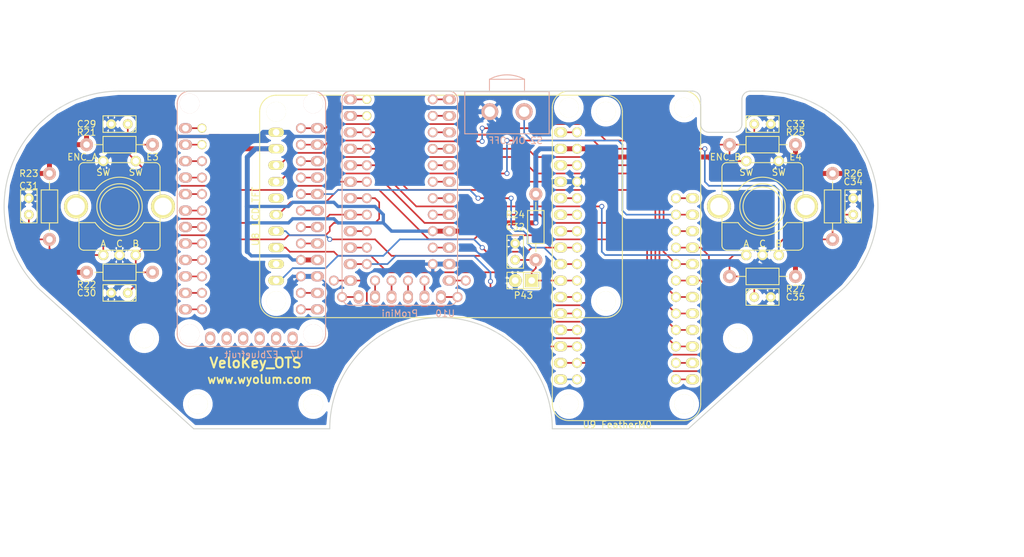
<source format=kicad_pcb>
(kicad_pcb (version 4) (host pcbnew 4.0.2-4+6225~38~ubuntu15.04.1-stable)
  (layers (0 F.Cu signal) (31 B.Cu signal) (34 B.Paste user) (35 F.Paste user) (36 B.SilkS user) (37 F.SilkS user) (38 B.Mask user) (39 F.Mask user) (44 Edge.Cuts user))
  (net 0 "")
  (net 1 "Net-(U7-Pad1)")
  (net 2 "Net-(U7-Pad2)")
  (net 3 "Net-(U8-Pad8)")
  (net 4 "Net-(U8-Pad7)")
  (net 5 "Net-(U8-Pad5)")
  (net 6 "Net-(U8-Pad4)")
  (net 7 "Net-(U8-Pad3)")
  (net 8 "Net-(U10-Pad19)")
  (net 9 "Net-(U10-Pad20)")
  (net 10 "Net-(C29-Pad1)")
  (net 11 "Net-(C30-Pad1)")
  (net 12 "Net-(C31-Pad1)")
  (net 13 "Net-(C33-Pad1)")
  (net 14 "Net-(C34-Pad1)")
  (net 15 "Net-(C35-Pad1)")
  (net 16 "Net-(U7-Pad3)")
  (net 17 "Net-(U7-Pad4)")
  (net 18 "Net-(U7-Pad6)")
  (net 19 "Net-(U7-Pad7)")
  (net 20 "Net-(U7-Pad8)")
  (net 21 "Net-(U7-Pad11)")
  (net 22 "Net-(U7-Pad12)")
  (net 23 "Net-(U7-Pad19)")
  (net 24 "Net-(U7-Pad20)")
  (net 25 "Net-(U7-Pad21)")
  (net 26 "Net-(U7-Pad22)")
  (net 27 "Net-(U7-Pad23)")
  (net 28 "Net-(U7-Pad24)")
  (net 29 "Net-(U7-Pad25)")
  (net 30 "Net-(U7-Pad26)")
  (net 31 "Net-(U7-Pad27)")
  (net 32 "Net-(U7-Pad28)")
  (net 33 "Net-(U7-Pad29)")
  (net 34 "Net-(U7-Pad30)")
  (net 35 "Net-(U9-Pad1)")
  (net 36 "Net-(U9-Pad2)")
  (net 37 "Net-(U9-Pad10)")
  (net 38 "Net-(U9-Pad12)")
  (net 39 "Net-(U9-Pad13)")
  (net 40 "Net-(U9-Pad15)")
  (net 41 "Net-(U9-Pad17)")
  (net 42 "Net-(U9-Pad18)")
  (net 43 "Net-(U9-Pad19)")
  (net 44 "Net-(U9-Pad23)")
  (net 45 "Net-(U9-Pad24)")
  (net 46 "Net-(U9-Pad25)")
  (net 47 "Net-(U10-Pad1)")
  (net 48 "Net-(U10-Pad2)")
  (net 49 "Net-(U10-Pad3)")
  (net 50 "Net-(U10-Pad4)")
  (net 51 "Net-(U10-Pad5)")
  (net 52 "Net-(U10-Pad6)")
  (net 53 "Net-(U10-Pad7)")
  (net 54 "Net-(U10-Pad8)")
  (net 55 "Net-(U10-Pad10)")
  (net 56 "Net-(U10-Pad12)")
  (net 57 "Net-(U10-Pad13)")
  (net 58 "Net-(U10-Pad14)")
  (net 59 "Net-(U10-Pad15)")
  (net 60 "Net-(U10-Pad16)")
  (net 61 "Net-(U10-Pad17)")
  (net 62 "Net-(U10-Pad18)")
  (net 63 "Net-(U10-Pad21)")
  (net 64 "Net-(U10-Pad22)")
  (net 65 "Net-(U10-Pad29)")
  (net 66 "Net-(U10-Pad30)")
  (net 67 "Net-(S2-Pad3)")
  (net 68 /GND)
  (net 69 /VCC)
  (net 70 /L2)
  (net 71 /LITE)
  (net 72 /POWERUP)
  (net 73 "Net-(U9-Pad28)")
  (module velokey-footprints:Pro_Mini (layer B.Cu) (at 85.725 39.37 90)
    (fp_text reference U10 (at -17.78 6.985 180) (layer B.SilkS) (effects (font (size 1.016 1.016) (thickness 0.1524)) (justify mirror)))
    (fp_text value ProMini (at -17.78 0 180) (layer B.SilkS) (effects (font (size 1.016 1.016) (thickness 0.1524)) (justify mirror)))
    (pad 1 thru_hole oval (at 15.24 7.62 90) (size 1.524 2.032) (drill 1.016) (layers *.Cu *.Mask B.SilkS) (net 47 "Net-(U10-Pad1)"))
    (pad 2 thru_hole oval (at 12.7 7.62 90) (size 1.524 2.032) (drill 1.016) (layers *.Cu *.Mask B.SilkS) (net 48 "Net-(U10-Pad2)"))
    (pad 3 thru_hole oval (at 10.16 7.62 90) (size 1.524 2.032) (drill 1.016) (layers *.Cu *.Mask B.SilkS) (net 49 "Net-(U10-Pad3)"))
    (pad 4 thru_hole oval (at 7.62 7.62 90) (size 1.524 2.032) (drill 1.016) (layers *.Cu *.Mask B.SilkS) (net 50 "Net-(U10-Pad4)"))
    (pad 5 thru_hole oval (at 5.08 7.62 90) (size 1.524 2.032) (drill 1.016) (layers *.Cu *.Mask B.SilkS) (net 51 "Net-(U10-Pad5)"))
    (pad 6 thru_hole oval (at 2.54 7.62 90) (size 1.524 2.032) (drill 1.016) (layers *.Cu *.Mask B.SilkS) (net 52 "Net-(U10-Pad6)"))
    (pad 7 thru_hole oval (at 0 7.62 90) (size 1.524 2.032) (drill 1.016) (layers *.Cu *.Mask B.SilkS) (net 53 "Net-(U10-Pad7)"))
    (pad 8 thru_hole oval (at -2.54 7.62 90) (size 1.524 2.032) (drill 1.016) (layers *.Cu *.Mask B.SilkS) (net 54 "Net-(U10-Pad8)"))
    (pad 9 thru_hole oval (at -5.08 7.62 90) (size 1.524 2.032) (drill 1.016) (layers *.Cu *.Mask B.SilkS) (net 69 /VCC))
    (pad 10 thru_hole oval (at -7.62 7.62 90) (size 1.524 2.032) (drill 1.016) (layers *.Cu *.Mask B.SilkS) (net 55 "Net-(U10-Pad10)"))
    (pad 11 thru_hole oval (at -10.16 7.62 90) (size 1.524 2.032) (drill 1.016) (layers *.Cu *.Mask B.SilkS) (net 68 /GND))
    (pad 12 thru_hole oval (at -12.7 7.62 90) (size 1.524 2.032) (drill 1.016) (layers *.Cu *.Mask B.SilkS) (net 56 "Net-(U10-Pad12)"))
    (pad 13 thru_hole oval (at -15.24 6.35 90) (size 2.032 1.524) (drill 1.016) (layers *.Cu *.Mask B.SilkS) (net 57 "Net-(U10-Pad13)"))
    (pad 14 thru_hole oval (at -15.24 3.81 90) (size 2.032 1.524) (drill 1.016) (layers *.Cu *.Mask B.SilkS) (net 58 "Net-(U10-Pad14)"))
    (pad 15 thru_hole oval (at -15.24 1.27 90) (size 2.032 1.524) (drill 1.016) (layers *.Cu *.Mask B.SilkS) (net 59 "Net-(U10-Pad15)"))
    (pad 16 thru_hole oval (at -15.24 -1.27 90) (size 2.032 1.524) (drill 1.016) (layers *.Cu *.Mask B.SilkS) (net 60 "Net-(U10-Pad16)"))
    (pad 17 thru_hole oval (at -15.24 -3.81 90) (size 2.032 1.524) (drill 1.016) (layers *.Cu *.Mask B.SilkS) (net 61 "Net-(U10-Pad17)"))
    (pad 18 thru_hole oval (at -15.24 -6.35 90) (size 2.032 1.524) (drill 1.016) (layers *.Cu *.Mask B.SilkS) (net 62 "Net-(U10-Pad18)"))
    (pad 19 thru_hole oval (at -12.699999 -7.62 90) (size 1.524 2.032) (drill 1.016) (layers *.Cu *.Mask B.SilkS) (net 8 "Net-(U10-Pad19)"))
    (pad 20 thru_hole oval (at -10.16 -7.62 90) (size 1.524 2.032) (drill 1.016) (layers *.Cu *.Mask B.SilkS) (net 9 "Net-(U10-Pad20)"))
    (pad 21 thru_hole oval (at -7.62 -7.62 90) (size 1.524 2.032) (drill 1.016) (layers *.Cu *.Mask B.SilkS) (net 63 "Net-(U10-Pad21)"))
    (pad 22 thru_hole oval (at -5.08 -7.62 90) (size 1.524 2.032) (drill 1.016) (layers *.Cu *.Mask B.SilkS) (net 64 "Net-(U10-Pad22)"))
    (pad 23 thru_hole oval (at -2.54 -7.62 90) (size 1.524 2.032) (drill 1.016) (layers *.Cu *.Mask B.SilkS) (net 12 "Net-(C31-Pad1)"))
    (pad 24 thru_hole oval (at 0 -7.62 90) (size 1.524 2.032) (drill 1.016) (layers *.Cu *.Mask B.SilkS) (net 11 "Net-(C30-Pad1)"))
    (pad 25 thru_hole oval (at 2.54 -7.62 90) (size 1.524 2.032) (drill 1.016) (layers *.Cu *.Mask B.SilkS) (net 10 "Net-(C29-Pad1)"))
    (pad 26 thru_hole oval (at 5.08 -7.62 90) (size 1.524 2.032) (drill 1.016) (layers *.Cu *.Mask B.SilkS) (net 15 "Net-(C35-Pad1)"))
    (pad 27 thru_hole oval (at 7.62 -7.62 90) (size 1.524 2.032) (drill 1.016) (layers *.Cu *.Mask B.SilkS) (net 14 "Net-(C34-Pad1)"))
    (pad 28 thru_hole oval (at 10.16 -7.62 90) (size 1.524 2.032) (drill 1.016) (layers *.Cu *.Mask B.SilkS) (net 13 "Net-(C33-Pad1)"))
    (pad 29 thru_hole oval (at 12.7 -7.62 90) (size 1.524 2.032) (drill 1.016) (layers *.Cu *.Mask B.SilkS) (net 65 "Net-(U10-Pad29)"))
    (pad 30 thru_hole oval (at 15.24 -7.62 90) (size 1.524 2.032) (drill 1.016) (layers *.Cu *.Mask B.SilkS) (net 66 "Net-(U10-Pad30)"))
    (pad 1 thru_hole oval (at 15.24 5.08 90) (size 1.524 1.524) (drill 1.016) (layers *.Cu *.Mask B.SilkS) (net 47 "Net-(U10-Pad1)"))
    (pad 2 thru_hole oval (at 12.7 5.08 90) (size 1.524 1.524) (drill 1.016) (layers *.Cu *.Mask B.SilkS) (net 48 "Net-(U10-Pad2)"))
    (pad 3 thru_hole oval (at 10.16 5.08 90) (size 1.524 1.524) (drill 1.016) (layers *.Cu *.Mask B.SilkS) (net 49 "Net-(U10-Pad3)"))
    (pad 4 thru_hole oval (at 7.62 5.08 90) (size 1.524 1.524) (drill 1.016) (layers *.Cu *.Mask B.SilkS) (net 50 "Net-(U10-Pad4)"))
    (pad 5 thru_hole oval (at 5.08 5.08 90) (size 1.524 1.524) (drill 1.016) (layers *.Cu *.Mask B.SilkS) (net 51 "Net-(U10-Pad5)"))
    (pad 6 thru_hole oval (at 2.54 5.08 90) (size 1.524 1.524) (drill 1.016) (layers *.Cu *.Mask B.SilkS) (net 52 "Net-(U10-Pad6)"))
    (pad 7 thru_hole oval (at 0 5.08 90) (size 1.524 1.524) (drill 1.016) (layers *.Cu *.Mask B.SilkS) (net 53 "Net-(U10-Pad7)"))
    (pad 8 thru_hole oval (at -2.54 5.08 90) (size 1.524 1.524) (drill 1.016) (layers *.Cu *.Mask B.SilkS) (net 54 "Net-(U10-Pad8)"))
    (pad 9 thru_hole oval (at -5.08 5.08 90) (size 1.524 1.524) (drill 1.016) (layers *.Cu *.Mask B.SilkS) (net 69 /VCC))
    (pad 10 thru_hole oval (at -7.62 5.08 90) (size 1.524 1.524) (drill 1.016) (layers *.Cu *.Mask B.SilkS) (net 55 "Net-(U10-Pad10)"))
    (pad 11 thru_hole oval (at -10.16 5.08 90) (size 1.524 1.524) (drill 1.016) (layers *.Cu *.Mask B.SilkS) (net 68 /GND))
    (pad 12 thru_hole oval (at -12.7 10.16 90) (size 1.524 1.524) (drill 1.016) (layers *.Cu *.Mask B.SilkS) (net 56 "Net-(U10-Pad12)"))
    (pad 13 thru_hole oval (at -15.24 8.89 90) (size 1.524 1.524) (drill 1.016) (layers *.Cu *.Mask B.SilkS) (net 57 "Net-(U10-Pad13)"))
    (pad 14 thru_hole oval (at -12.7 3.81 90) (size 1.524 1.524) (drill 1.016) (layers *.Cu *.Mask B.SilkS) (net 58 "Net-(U10-Pad14)"))
    (pad 15 thru_hole oval (at -12.7 1.27 90) (size 1.524 1.524) (drill 1.016) (layers *.Cu *.Mask B.SilkS) (net 59 "Net-(U10-Pad15)"))
    (pad 16 thru_hole oval (at -12.7 -1.27 90) (size 1.524 1.524) (drill 1.016) (layers *.Cu *.Mask B.SilkS) (net 60 "Net-(U10-Pad16)"))
    (pad 17 thru_hole oval (at -12.7 -3.81 90) (size 1.524 1.524) (drill 1.016) (layers *.Cu *.Mask B.SilkS) (net 61 "Net-(U10-Pad17)"))
    (pad 18 thru_hole oval (at -15.24 -8.89 90) (size 1.524 1.524) (drill 1.016) (layers *.Cu *.Mask B.SilkS) (net 62 "Net-(U10-Pad18)"))
    (pad 19 thru_hole oval (at -12.7 -10.16 90) (size 1.524 1.524) (drill 1.016) (layers *.Cu *.Mask B.SilkS) (net 8 "Net-(U10-Pad19)"))
    (pad 20 thru_hole oval (at -10.16 -5.08 90) (size 1.524 1.524) (drill 1.016) (layers *.Cu *.Mask B.SilkS) (net 9 "Net-(U10-Pad20)"))
    (pad 21 thru_hole oval (at -7.62 -5.08 90) (size 1.524 1.524) (drill 1.016) (layers *.Cu *.Mask B.SilkS) (net 63 "Net-(U10-Pad21)"))
    (pad 22 thru_hole oval (at -5.08 -5.08 90) (size 1.524 1.524) (drill 1.016) (layers *.Cu *.Mask B.SilkS) (net 64 "Net-(U10-Pad22)"))
    (pad 23 thru_hole oval (at -2.54 -5.08 90) (size 1.524 1.524) (drill 1.016) (layers *.Cu *.Mask B.SilkS) (net 12 "Net-(C31-Pad1)"))
    (pad 24 thru_hole oval (at 0 -5.08 90) (size 1.524 1.524) (drill 1.016) (layers *.Cu *.Mask B.SilkS) (net 11 "Net-(C30-Pad1)"))
    (pad 25 thru_hole oval (at 2.54 -5.08 90) (size 1.524 1.524) (drill 1.016) (layers *.Cu *.Mask B.SilkS) (net 10 "Net-(C29-Pad1)"))
    (pad 26 thru_hole oval (at 5.08 -5.08 90) (size 1.524 1.524) (drill 1.016) (layers *.Cu *.Mask B.SilkS) (net 15 "Net-(C35-Pad1)"))
    (pad 27 thru_hole oval (at 7.62 -5.08 90) (size 1.524 1.524) (drill 1.016) (layers *.Cu *.Mask B.SilkS) (net 14 "Net-(C34-Pad1)"))
    (pad 28 thru_hole oval (at 10.16 -5.08 90) (size 1.524 1.524) (drill 1.016) (layers *.Cu *.Mask B.SilkS) (net 13 "Net-(C33-Pad1)"))
    (pad 29 thru_hole oval (at 12.7 -5.08 90) (size 1.397 1.397) (drill 1.016) (layers *.Cu *.Mask F.SilkS) (net 65 "Net-(U10-Pad29)"))
    (pad 30 thru_hole oval (at 15.24 -5.08 90) (size 1.397 1.397) (drill 1.016) (layers *.Cu *.Mask F.SilkS) (net 66 "Net-(U10-Pad30)"))
  )
  (module velokey-footprints:Capacitor3MMDiscRM2.5 (layer F.Cu) (at 141.605 54.61)
    (fp_text reference C35 (at 5.08 0) (layer F.SilkS) (effects (font (size 1.016 1.016) (thickness 0.1524))))
    (fp_text value 1uF hide)
    (pad 1 thru_hole circle (at -1.27 0) (size 1.50114 1.50114) (drill 0.8001) (layers *.Cu *.Mask F.SilkS) (net 15 "Net-(C35-Pad1)"))
    (pad 2 thru_hole circle (at 1.27 0) (size 1.50114 1.50114) (drill 0.8001) (layers *.Cu *.Mask F.SilkS) (net 68 /GND))
  )
  (module velokey-footprints:Capacitor3MMDiscRM2.5 (layer F.Cu) (at 155.575 40.64 90)
    (fp_text reference C34 (at 3.81 0 180) (layer F.SilkS) (effects (font (size 1.016 1.016) (thickness 0.1524))))
    (fp_text value 1uF hide)
    (pad 1 thru_hole circle (at -1.27 0 90) (size 1.50114 1.50114) (drill 0.8001) (layers *.Cu *.Mask F.SilkS) (net 14 "Net-(C34-Pad1)"))
    (pad 2 thru_hole circle (at 1.27 0 90) (size 1.50114 1.50114) (drill 0.8001) (layers *.Cu *.Mask F.SilkS) (net 68 /GND))
  )
  (module velokey-footprints:Capacitor3MMDiscRM2.5 (layer F.Cu) (at 141.605 27.94)
    (fp_text reference C33 (at 5.08 0) (layer F.SilkS) (effects (font (size 1.016 1.016) (thickness 0.1524))))
    (fp_text value 1uF hide)
    (pad 1 thru_hole circle (at -1.27 0) (size 1.50114 1.50114) (drill 0.8001) (layers *.Cu *.Mask F.SilkS) (net 13 "Net-(C33-Pad1)"))
    (pad 2 thru_hole circle (at 1.27 0) (size 1.50114 1.50114) (drill 0.8001) (layers *.Cu *.Mask F.SilkS) (net 68 /GND))
  )
  (module velokey-footprints:Capacitor3MMDiscRM2.5 (layer F.Cu) (at 103.505 47.625 90)
    (fp_text reference C32 (at 3.81 0 180) (layer F.SilkS) (effects (font (size 1.016 1.016) (thickness 0.1524))))
    (fp_text value 1uF hide)
    (pad 1 thru_hole circle (at -1.27 0 90) (size 1.50114 1.50114) (drill 0.8001) (layers *.Cu *.Mask F.SilkS) (net 72 /POWERUP))
    (pad 2 thru_hole circle (at 1.27 0 90) (size 1.50114 1.50114) (drill 0.8001) (layers *.Cu *.Mask F.SilkS) (net 68 /GND))
  )
  (module velokey-footprints:Capacitor3MMDiscRM2.5 (layer F.Cu) (at 28.575 40.64 90)
    (fp_text reference C31 (at 3.175 0 180) (layer F.SilkS) (effects (font (size 1.016 1.016) (thickness 0.1524))))
    (fp_text value 1uF hide)
    (pad 1 thru_hole circle (at -1.27 0 90) (size 1.50114 1.50114) (drill 0.8001) (layers *.Cu *.Mask F.SilkS) (net 12 "Net-(C31-Pad1)"))
    (pad 2 thru_hole circle (at 1.27 0 90) (size 1.50114 1.50114) (drill 0.8001) (layers *.Cu *.Mask F.SilkS) (net 68 /GND))
  )
  (module velokey-footprints:Capacitor3MMDiscRM2.5 (layer F.Cu) (at 42.545 53.975 180)
    (fp_text reference C30 (at 5.08 0 180) (layer F.SilkS) (effects (font (size 1.016 1.016) (thickness 0.1524))))
    (fp_text value 1uF hide)
    (pad 1 thru_hole circle (at -1.27 0 180) (size 1.50114 1.50114) (drill 0.8001) (layers *.Cu *.Mask F.SilkS) (net 11 "Net-(C30-Pad1)"))
    (pad 2 thru_hole circle (at 1.27 0 180) (size 1.50114 1.50114) (drill 0.8001) (layers *.Cu *.Mask F.SilkS) (net 68 /GND))
  )
  (module velokey-footprints:Capacitor3MMDiscRM2.5 (layer F.Cu) (at 42.545 27.94 180)
    (fp_text reference C29 (at 5.08 0 180) (layer F.SilkS) (effects (font (size 1.016 1.016) (thickness 0.1524))))
    (fp_text value 1uF hide)
    (pad 1 thru_hole circle (at -1.27 0 180) (size 1.50114 1.50114) (drill 0.8001) (layers *.Cu *.Mask F.SilkS) (net 10 "Net-(C29-Pad1)"))
    (pad 2 thru_hole circle (at 1.27 0 180) (size 1.50114 1.50114) (drill 0.8001) (layers *.Cu *.Mask F.SilkS) (net 68 /GND))
  )
  (module velokey-footprints:Resistor_Horizontal_RM10mm (layer F.Cu) (at 141.605 51.435 180)
    (fp_text reference R27 (at -5.08 -1.905 180) (layer F.SilkS) (effects (font (size 1.016 1.016) (thickness 0.1524))))
    (fp_text value 10k hide)
    (pad 1 thru_hole circle (at -5.08 0 180) (size 1.99898 1.99898) (drill 1.00076) (layers *.Cu *.SilkS *.Mask) (net 69 /VCC))
    (pad 2 thru_hole circle (at 5.08 0 180) (size 1.99898 1.99898) (drill 1.00076) (layers *.Cu *.SilkS *.Mask) (net 15 "Net-(C35-Pad1)"))
  )
  (module velokey-footprints:Resistor_Horizontal_RM10mm (layer F.Cu) (at 152.4 40.64 270)
    (fp_text reference R26 (at -5.08 -3.175 360) (layer F.SilkS) (effects (font (size 1.016 1.016) (thickness 0.1524))))
    (fp_text value 10k hide)
    (pad 1 thru_hole circle (at -5.08 0 270) (size 1.99898 1.99898) (drill 1.00076) (layers *.Cu *.SilkS *.Mask) (net 69 /VCC))
    (pad 2 thru_hole circle (at 5.08 0 270) (size 1.99898 1.99898) (drill 1.00076) (layers *.Cu *.SilkS *.Mask) (net 14 "Net-(C34-Pad1)"))
  )
  (module velokey-footprints:Resistor_Horizontal_RM10mm (layer F.Cu) (at 141.605 31.115 180)
    (fp_text reference R25 (at -5.08 1.905 180) (layer F.SilkS) (effects (font (size 1.016 1.016) (thickness 0.1524))))
    (fp_text value 10k hide)
    (pad 1 thru_hole circle (at -5.08 0 180) (size 1.99898 1.99898) (drill 1.00076) (layers *.Cu *.SilkS *.Mask) (net 69 /VCC))
    (pad 2 thru_hole circle (at 5.08 0 180) (size 1.99898 1.99898) (drill 1.00076) (layers *.Cu *.SilkS *.Mask) (net 13 "Net-(C33-Pad1)"))
  )
  (module velokey-footprints:Resistor_Horizontal_RM10mm (layer F.Cu) (at 106.68 43.815 270)
    (fp_text reference R24 (at -1.905 3.175 360) (layer F.SilkS) (effects (font (size 1.016 1.016) (thickness 0.1524))))
    (fp_text value 10k hide)
    (pad 1 thru_hole circle (at -5.08 0 270) (size 1.99898 1.99898) (drill 1.00076) (layers *.Cu *.SilkS *.Mask) (net 69 /VCC))
    (pad 2 thru_hole circle (at 5.08 0 270) (size 1.99898 1.99898) (drill 1.00076) (layers *.Cu *.SilkS *.Mask) (net 72 /POWERUP))
  )
  (module velokey-footprints:Resistor_Horizontal_RM10mm (layer F.Cu) (at 31.75 40.64 270)
    (fp_text reference R23 (at -5.08 3.175 360) (layer F.SilkS) (effects (font (size 1.016 1.016) (thickness 0.1524))))
    (fp_text value 10k hide)
    (pad 1 thru_hole circle (at -5.08 0 270) (size 1.99898 1.99898) (drill 1.00076) (layers *.Cu *.SilkS *.Mask) (net 69 /VCC))
    (pad 2 thru_hole circle (at 5.08 0 270) (size 1.99898 1.99898) (drill 1.00076) (layers *.Cu *.SilkS *.Mask) (net 12 "Net-(C31-Pad1)"))
  )
  (module velokey-footprints:Resistor_Horizontal_RM10mm (layer F.Cu) (at 42.545 50.8)
    (fp_text reference R22 (at -5.08 1.905) (layer F.SilkS) (effects (font (size 1.016 1.016) (thickness 0.1524))))
    (fp_text value 10k hide)
    (pad 1 thru_hole circle (at -5.08 0) (size 1.99898 1.99898) (drill 1.00076) (layers *.Cu *.SilkS *.Mask) (net 69 /VCC))
    (pad 2 thru_hole circle (at 5.08 0) (size 1.99898 1.99898) (drill 1.00076) (layers *.Cu *.SilkS *.Mask) (net 11 "Net-(C30-Pad1)"))
  )
  (module velokey-footprints:Resistor_Horizontal_RM10mm (layer F.Cu) (at 42.545 31.115)
    (fp_text reference R21 (at -5.08 -1.905) (layer F.SilkS) (effects (font (size 1.016 1.016) (thickness 0.1524))))
    (fp_text value 10k hide)
    (pad 1 thru_hole circle (at -5.08 0) (size 1.99898 1.99898) (drill 1.00076) (layers *.Cu *.SilkS *.Mask) (net 69 /VCC))
    (pad 2 thru_hole circle (at 5.08 0) (size 1.99898 1.99898) (drill 1.00076) (layers *.Cu *.SilkS *.Mask) (net 10 "Net-(C29-Pad1)"))
  )
  (module velokey-footprints:Pin_Header_Straight_1x02 (layer F.Cu) (at 104.775 52.07 180)
    (fp_text reference P43 (at 0 -2.286 180) (layer F.SilkS) (effects (font (size 1.016 1.016) (thickness 0.1524))))
    (fp_text value POWER_UP hide)
    (pad 1 thru_hole rect (at -1.27 0 180) (size 2.032 2.032) (drill 1.016) (layers *.Cu *.Mask F.SilkS) (net 72 /POWERUP))
    (pad 2 thru_hole oval (at 1.27 0 180) (size 2.032 2.032) (drill 1.016) (layers *.Cu *.Mask F.SilkS) (net 68 /GND))
  )
  (module velokey-footprints:EZ_bluefruit (layer B.Cu) (at 62.865 42.545 90)
    (fp_text reference U7 (at -20.955 6.985 180) (layer B.SilkS) (effects (font (size 1.016 1.016) (thickness 0.1524)) (justify mirror)))
    (fp_text value EZbluefruit (at -20.955 0 180) (layer B.SilkS) (effects (font (size 1.016 1.016) (thickness 0.1524)) (justify mirror)))
    (pad 1 thru_hole oval (at 13.97 10.16 90) (size 1.524 2.032) (drill 1.016) (layers *.Cu *.Mask B.SilkS) (net 1 "Net-(U7-Pad1)"))
    (pad 2 thru_hole oval (at 11.43 10.16 90) (size 1.524 2.032) (drill 1.016) (layers *.Cu *.Mask B.SilkS) (net 2 "Net-(U7-Pad2)"))
    (pad 3 thru_hole oval (at 8.89 10.16 90) (size 1.524 2.032) (drill 1.016) (layers *.Cu *.Mask B.SilkS) (net 16 "Net-(U7-Pad3)"))
    (pad 4 thru_hole oval (at 6.35 10.16 90) (size 1.524 2.032) (drill 1.016) (layers *.Cu *.Mask B.SilkS) (net 17 "Net-(U7-Pad4)"))
    (pad 5 thru_hole oval (at 3.81 10.16 90) (size 1.524 2.032) (drill 1.016) (layers *.Cu *.Mask B.SilkS) (net 70 /L2))
    (pad 6 thru_hole oval (at 1.27 10.16 90) (size 1.524 2.032) (drill 1.016) (layers *.Cu *.Mask B.SilkS) (net 18 "Net-(U7-Pad6)"))
    (pad 7 thru_hole oval (at -1.27 10.16 90) (size 1.524 2.032) (drill 1.016) (layers *.Cu *.Mask B.SilkS) (net 19 "Net-(U7-Pad7)"))
    (pad 8 thru_hole oval (at -3.81 10.16 90) (size 1.524 2.032) (drill 1.016) (layers *.Cu *.Mask B.SilkS) (net 20 "Net-(U7-Pad8)"))
    (pad 9 thru_hole oval (at -6.35 10.16 90) (size 1.524 2.032) (drill 1.016) (layers *.Cu *.Mask B.SilkS) (net 69 /VCC))
    (pad 10 thru_hole oval (at -8.89 10.16 90) (size 1.524 2.032) (drill 1.016) (layers *.Cu *.Mask B.SilkS) (net 68 /GND))
    (pad 11 thru_hole oval (at -11.43 10.16 90) (size 1.524 2.032) (drill 1.016) (layers *.Cu *.Mask B.SilkS) (net 21 "Net-(U7-Pad11)"))
    (pad 12 thru_hole oval (at -13.97 10.16 90) (size 1.524 2.032) (drill 1.016) (layers *.Cu *.Mask B.SilkS) (net 22 "Net-(U7-Pad12)"))
    (pad 13 thru_hole oval (at -18.415 6.35 90) (size 2.032 1.524) (drill 1.016) (layers *.Cu *.Mask B.SilkS))
    (pad 14 thru_hole oval (at -18.415 3.81 90) (size 2.032 1.524) (drill 1.016) (layers *.Cu *.Mask B.SilkS))
    (pad 15 thru_hole oval (at -18.415 1.27 90) (size 2.032 1.524) (drill 1.016) (layers *.Cu *.Mask B.SilkS))
    (pad 16 thru_hole oval (at -18.415 -1.27 90) (size 2.032 1.524) (drill 1.016) (layers *.Cu *.Mask B.SilkS))
    (pad 17 thru_hole oval (at -18.415 -3.81 90) (size 2.032 1.524) (drill 1.016) (layers *.Cu *.Mask B.SilkS))
    (pad 18 thru_hole oval (at -18.415 -6.35 90) (size 2.032 1.524) (drill 1.016) (layers *.Cu *.Mask B.SilkS))
    (pad 19 thru_hole oval (at -13.97 -10.16 90) (size 1.524 2.032) (drill 1.016) (layers *.Cu *.Mask B.SilkS) (net 23 "Net-(U7-Pad19)"))
    (pad 20 thru_hole oval (at -11.43 -10.16 90) (size 1.524 2.032) (drill 1.016) (layers *.Cu *.Mask B.SilkS) (net 24 "Net-(U7-Pad20)"))
    (pad 21 thru_hole oval (at -8.89 -10.16 90) (size 1.524 2.032) (drill 1.016) (layers *.Cu *.Mask B.SilkS) (net 25 "Net-(U7-Pad21)"))
    (pad 22 thru_hole oval (at -6.35 -10.16 90) (size 1.524 2.032) (drill 1.016) (layers *.Cu *.Mask B.SilkS) (net 26 "Net-(U7-Pad22)"))
    (pad 23 thru_hole oval (at -3.81 -10.16 90) (size 1.524 2.032) (drill 1.016) (layers *.Cu *.Mask B.SilkS) (net 27 "Net-(U7-Pad23)"))
    (pad 24 thru_hole oval (at -1.27 -10.16 90) (size 1.524 2.032) (drill 1.016) (layers *.Cu *.Mask B.SilkS) (net 28 "Net-(U7-Pad24)"))
    (pad 25 thru_hole oval (at 1.27 -10.16 90) (size 1.524 2.032) (drill 1.016) (layers *.Cu *.Mask B.SilkS) (net 29 "Net-(U7-Pad25)"))
    (pad 26 thru_hole oval (at 3.81 -10.16 90) (size 1.524 2.032) (drill 1.016) (layers *.Cu *.Mask B.SilkS) (net 30 "Net-(U7-Pad26)"))
    (pad 27 thru_hole oval (at 6.35 -10.16 90) (size 1.524 2.032) (drill 1.016) (layers *.Cu *.Mask B.SilkS) (net 31 "Net-(U7-Pad27)"))
    (pad 28 thru_hole oval (at 8.89 -10.16 90) (size 1.524 2.032) (drill 1.016) (layers *.Cu *.Mask B.SilkS) (net 32 "Net-(U7-Pad28)"))
    (pad 29 thru_hole oval (at 11.43 -10.16 90) (size 1.524 2.032) (drill 1.016) (layers *.Cu *.Mask B.SilkS) (net 33 "Net-(U7-Pad29)"))
    (pad 30 thru_hole oval (at 13.97 -10.16 90) (size 1.524 2.032) (drill 1.016) (layers *.Cu *.Mask B.SilkS) (net 34 "Net-(U7-Pad30)"))
    (pad "" np_thru_hole circle (at -17.78 9.525 90) (size 3.048 3.048) (drill 3.048) (layers *.Cu *.Mask B.SilkS) (clearance 0.762))
    (pad "" np_thru_hole circle (at -17.78 -9.525 90) (size 3.048 3.048) (drill 3.048) (layers *.Cu *.Mask B.SilkS) (clearance 0.762))
    (pad "" np_thru_hole circle (at 17.78 -9.525 90) (size 3.048 3.048) (drill 3.048) (layers *.Cu *.Mask B.SilkS) (clearance 0.762))
    (pad "" np_thru_hole circle (at 17.78 9.525 90) (size 3.048 3.048) (drill 3.048) (layers *.Cu *.Mask B.SilkS) (clearance 0.762))
    (pad 1 thru_hole oval (at 13.97 7.62 90) (size 1.524 1.524) (drill 1.016) (layers *.Cu *.Mask B.SilkS) (net 1 "Net-(U7-Pad1)"))
    (pad 2 thru_hole oval (at 11.43 7.62 90) (size 1.524 1.524) (drill 1.016) (layers *.Cu *.Mask B.SilkS) (net 2 "Net-(U7-Pad2)"))
    (pad 3 thru_hole oval (at 8.89 7.62 90) (size 1.524 1.524) (drill 1.016) (layers *.Cu *.Mask B.SilkS) (net 16 "Net-(U7-Pad3)"))
    (pad 4 thru_hole oval (at 6.35 7.62 90) (size 1.524 1.524) (drill 1.016) (layers *.Cu *.Mask B.SilkS) (net 17 "Net-(U7-Pad4)"))
    (pad 5 thru_hole oval (at 3.81 7.62 90) (size 1.524 1.524) (drill 1.016) (layers *.Cu *.Mask B.SilkS) (net 70 /L2))
    (pad 6 thru_hole oval (at 1.27 7.62 90) (size 1.524 1.524) (drill 1.016) (layers *.Cu *.Mask B.SilkS) (net 18 "Net-(U7-Pad6)"))
    (pad 7 thru_hole oval (at -1.27 7.62 90) (size 1.524 1.524) (drill 1.016) (layers *.Cu *.Mask B.SilkS) (net 19 "Net-(U7-Pad7)"))
    (pad 8 thru_hole oval (at -3.81 7.62 90) (size 1.524 1.524) (drill 1.016) (layers *.Cu *.Mask B.SilkS) (net 20 "Net-(U7-Pad8)"))
    (pad 9 thru_hole oval (at -6.35 7.62 90) (size 1.524 1.524) (drill 1.016) (layers *.Cu *.Mask B.SilkS) (net 69 /VCC))
    (pad 10 thru_hole oval (at -8.89 7.62 90) (size 1.524 1.524) (drill 1.016) (layers *.Cu *.Mask B.SilkS) (net 68 /GND))
    (pad 11 thru_hole oval (at -11.43 7.62 90) (size 1.524 1.524) (drill 1.016) (layers *.Cu *.Mask B.SilkS) (net 21 "Net-(U7-Pad11)"))
    (pad 12 thru_hole oval (at -13.97 7.62 90) (size 1.524 1.524) (drill 1.016) (layers *.Cu *.Mask B.SilkS) (net 22 "Net-(U7-Pad12)"))
    (pad 19 thru_hole oval (at -13.97 -7.62 90) (size 1.524 1.524) (drill 1.016) (layers *.Cu *.Mask B.SilkS) (net 23 "Net-(U7-Pad19)"))
    (pad 20 thru_hole oval (at -11.43 -7.62 90) (size 1.524 1.524) (drill 1.016) (layers *.Cu *.Mask B.SilkS) (net 24 "Net-(U7-Pad20)"))
    (pad 21 thru_hole oval (at -8.89 -7.62 90) (size 1.524 1.524) (drill 1.016) (layers *.Cu *.Mask B.SilkS) (net 25 "Net-(U7-Pad21)"))
    (pad 22 thru_hole oval (at -6.35 -7.62 90) (size 1.524 1.524) (drill 1.016) (layers *.Cu *.Mask B.SilkS) (net 26 "Net-(U7-Pad22)"))
    (pad 23 thru_hole oval (at -3.81 -7.62 90) (size 1.524 1.524) (drill 1.016) (layers *.Cu *.Mask B.SilkS) (net 27 "Net-(U7-Pad23)"))
    (pad 24 thru_hole oval (at -1.27 -7.62 90) (size 1.524 1.524) (drill 1.016) (layers *.Cu *.Mask B.SilkS) (net 28 "Net-(U7-Pad24)"))
    (pad 25 thru_hole oval (at 1.27 -7.62 90) (size 1.524 1.524) (drill 1.016) (layers *.Cu *.Mask B.SilkS) (net 29 "Net-(U7-Pad25)"))
    (pad 26 thru_hole oval (at 3.81 -7.62 90) (size 1.524 1.524) (drill 1.016) (layers *.Cu *.Mask B.SilkS) (net 30 "Net-(U7-Pad26)"))
    (pad 27 thru_hole oval (at 6.35 -7.62 90) (size 1.524 1.524) (drill 1.016) (layers *.Cu *.Mask B.SilkS) (net 31 "Net-(U7-Pad27)"))
    (pad 28 thru_hole oval (at 8.89 -7.62 90) (size 1.524 1.524) (drill 1.016) (layers *.Cu *.Mask B.SilkS) (net 32 "Net-(U7-Pad28)"))
    (pad 29 thru_hole oval (at 11.43 -7.62 90) (size 1.397 1.397) (drill 1.016) (layers *.Cu *.Mask F.SilkS) (net 33 "Net-(U7-Pad29)"))
    (pad 30 thru_hole oval (at 13.97 -7.62 90) (size 1.397 1.397) (drill 1.016) (layers *.Cu *.Mask F.SilkS) (net 34 "Net-(U7-Pad30)"))
  )
  (module velokey-footprints:MountingHole_3mm (layer F.Cu) (at 72.39 71.12)
    (fp_text reference H3 hide)
    (fp_text value MTG_HOLE hide)
    (pad "" np_thru_hole circle (at 0 0) (size 3.048 3.048) (drill 3.048) (layers *.Cu *.Mask F.SilkS) (clearance 0.762))
  )
  (module velokey-footprints:MountingHole_3mm (layer F.Cu) (at 54.61 71.12)
    (fp_text reference H2 hide)
    (fp_text value MTG_HOLE hide)
    (pad "" np_thru_hole circle (at 0 0) (size 3.048 3.048) (drill 3.048) (layers *.Cu *.Mask F.SilkS) (clearance 0.762))
  )
  (module velokey-footprints:MountingHole_3mm (layer F.Cu) (at 137.795 60.96)
    (fp_text reference H4 hide)
    (fp_text value MTG_HOLE hide)
    (pad "" np_thru_hole circle (at 0 0) (size 3.048 3.048) (drill 3.048) (layers *.Cu *.Mask F.SilkS) (clearance 0.762))
  )
  (module velokey-footprints:MountingHole_3mm (layer F.Cu) (at 46.355 60.96)
    (fp_text reference H1 hide)
    (fp_text value MTG_HOLE hide)
    (pad "" np_thru_hole circle (at 0 0) (size 3.048 3.048) (drill 3.048) (layers *.Cu *.Mask F.SilkS) (clearance 0.762))
  )
  (module velokey-footprints:LCD_TFT (layer F.Cu) (at 92.075 40.64)
    (fp_text reference U8 (at -28.575 5.08 90) (layer F.SilkS) (effects (font (size 1.016 1.016) (thickness 0.1524))))
    (fp_text value LCD_TFT (at -28.575 0 90) (layer F.SilkS) (effects (font (size 1.016 1.016) (thickness 0.1524))))
    (pad 10 thru_hole oval (at -25.4 -11.43) (size 2.413 1.397) (drill 1.016) (layers *.Cu *.Mask F.SilkS) (net 68 /GND))
    (pad 9 thru_hole oval (at -25.4 -8.89) (size 2.413 1.397) (drill 1.016) (layers *.Cu *.Mask F.SilkS) (net 69 /VCC))
    (pad 8 thru_hole oval (at -25.4 -6.35) (size 2.413 1.397) (drill 1.016) (layers *.Cu *.Mask F.SilkS) (net 3 "Net-(U8-Pad8)"))
    (pad 7 thru_hole oval (at -25.4 -3.81) (size 2.413 1.397) (drill 1.016) (layers *.Cu *.Mask F.SilkS) (net 4 "Net-(U8-Pad7)"))
    (pad 6 thru_hole oval (at -25.4 -1.27) (size 2.413 1.397) (drill 1.016) (layers *.Cu *.Mask F.SilkS))
    (pad 5 thru_hole oval (at -25.4 1.27) (size 2.032 1.397) (drill 1.016) (layers *.Cu *.Mask F.SilkS) (net 5 "Net-(U8-Pad5)"))
    (pad 4 thru_hole oval (at -25.4 3.81) (size 2.413 1.397) (drill 1.016) (layers *.Cu *.Mask F.SilkS) (net 6 "Net-(U8-Pad4)"))
    (pad 3 thru_hole oval (at -25.4 6.35) (size 2.413 1.397) (drill 1.016) (layers *.Cu *.Mask F.SilkS) (net 7 "Net-(U8-Pad3)"))
    (pad 2 thru_hole oval (at -25.4 8.89) (size 2.413 1.397) (drill 1.016) (layers *.Cu *.Mask F.SilkS))
    (pad 1 thru_hole oval (at -25.4 11.43) (size 2.413 1.397) (drill 1.016) (layers *.Cu *.Mask F.SilkS) (net 71 /LITE))
    (pad "" np_thru_hole circle (at -25.4 14.605) (size 3.048 3.048) (drill 3.048) (layers *.Cu *.Mask F.SilkS) (clearance 0.762))
    (pad "" np_thru_hole circle (at 25.4 14.605) (size 3.048 3.048) (drill 3.048) (layers *.Cu *.Mask F.SilkS) (clearance 0.762))
    (pad "" np_thru_hole circle (at 25.4 -14.605) (size 3.048 3.048) (drill 3.048) (layers *.Cu *.Mask F.SilkS) (clearance 0.762))
    (pad "" np_thru_hole circle (at -25.4 -14.605) (size 3.048 3.048) (drill 3.048) (layers *.Cu *.Mask F.SilkS) (clearance 0.762))
  )
  (module velokey-footprints:FeatherM0 (layer F.Cu) (at 120.65 48.26 270)
    (fp_text reference U9 (at 26.035 5.715 360) (layer F.SilkS) (effects (font (size 1.016 1.016) (thickness 0.1524))))
    (fp_text value FeatherM0 (at 26.035 0 360) (layer F.SilkS) (effects (font (size 1.016 1.016) (thickness 0.1524))))
    (pad 1 thru_hole oval (at 19.05 -10.16 270) (size 1.524 2.032) (drill 1.016) (layers *.Cu *.Mask F.SilkS) (net 35 "Net-(U9-Pad1)"))
    (pad 2 thru_hole oval (at 16.51 -10.16 270) (size 1.524 2.032) (drill 1.016) (layers *.Cu *.Mask F.SilkS) (net 36 "Net-(U9-Pad2)"))
    (pad 3 thru_hole oval (at 13.97 -10.16 270) (size 1.524 2.032) (drill 1.016) (layers *.Cu *.Mask F.SilkS) (net 5 "Net-(U8-Pad5)"))
    (pad 4 thru_hole oval (at 11.43 -10.16 270) (size 1.524 2.032) (drill 1.016) (layers *.Cu *.Mask F.SilkS) (net 4 "Net-(U8-Pad7)"))
    (pad 5 thru_hole oval (at 8.89 -10.16 270) (size 1.524 2.032) (drill 1.016) (layers *.Cu *.Mask F.SilkS) (net 3 "Net-(U8-Pad8)"))
    (pad 6 thru_hole oval (at 6.35 -10.16 270) (size 1.524 2.032) (drill 1.016) (layers *.Cu *.Mask F.SilkS) (net 2 "Net-(U7-Pad2)"))
    (pad 7 thru_hole oval (at 3.81 -10.16 270) (size 1.524 2.032) (drill 1.016) (layers *.Cu *.Mask F.SilkS) (net 6 "Net-(U8-Pad4)"))
    (pad 8 thru_hole oval (at 1.27 -10.16 270) (size 1.524 2.032) (drill 1.016) (layers *.Cu *.Mask F.SilkS) (net 1 "Net-(U7-Pad1)"))
    (pad 9 thru_hole oval (at -1.27 -10.16 270) (size 1.524 2.032) (drill 1.016) (layers *.Cu *.Mask F.SilkS) (net 7 "Net-(U8-Pad3)"))
    (pad 10 thru_hole oval (at -3.81 -10.16 270) (size 1.524 2.032) (drill 1.016) (layers *.Cu *.Mask F.SilkS) (net 37 "Net-(U9-Pad10)"))
    (pad 11 thru_hole oval (at -6.35 -10.16 270) (size 1.524 2.032) (drill 1.016) (layers *.Cu *.Mask F.SilkS) (net 67 "Net-(S2-Pad3)"))
    (pad 12 thru_hole oval (at -8.89 -10.16 270) (size 1.524 2.032) (drill 1.016) (layers *.Cu *.Mask F.SilkS) (net 38 "Net-(U9-Pad12)"))
    (pad 13 thru_hole oval (at -19.05 10.16 270) (size 1.524 2.032) (drill 1.016) (layers *.Cu *.Mask F.SilkS) (net 39 "Net-(U9-Pad13)"))
    (pad 14 thru_hole oval (at -16.51 10.16 270) (size 1.524 2.032) (drill 1.016) (layers *.Cu *.Mask F.SilkS) (net 69 /VCC))
    (pad 15 thru_hole oval (at -13.97 10.16 270) (size 1.524 2.032) (drill 1.016) (layers *.Cu *.Mask F.SilkS) (net 40 "Net-(U9-Pad15)"))
    (pad 16 thru_hole oval (at -11.43 10.16 270) (size 1.524 2.032) (drill 1.016) (layers *.Cu *.Mask F.SilkS) (net 68 /GND))
    (pad 17 thru_hole oval (at -8.89 10.16 270) (size 1.524 2.032) (drill 1.016) (layers *.Cu *.Mask F.SilkS) (net 41 "Net-(U9-Pad17)"))
    (pad 18 thru_hole oval (at -6.35 10.16 270) (size 1.524 2.032) (drill 1.016) (layers *.Cu *.Mask F.SilkS) (net 42 "Net-(U9-Pad18)"))
    (pad 19 thru_hole oval (at -3.81 10.16 270) (size 1.524 2.032) (drill 1.016) (layers *.Cu *.Mask F.SilkS) (net 43 "Net-(U9-Pad19)"))
    (pad 20 thru_hole oval (at -1.27 10.16 270) (size 1.524 2.032) (drill 1.016) (layers *.Cu *.Mask F.SilkS) (net 71 /LITE))
    (pad 21 thru_hole oval (at 1.27 10.16 270) (size 1.524 2.032) (drill 1.016) (layers *.Cu *.Mask F.SilkS) (net 70 /L2))
    (pad 22 thru_hole oval (at 3.81 10.16 270) (size 1.524 2.032) (drill 1.016) (layers *.Cu *.Mask F.SilkS) (net 72 /POWERUP))
    (pad 23 thru_hole oval (at 6.35 10.16 270) (size 1.524 2.032) (drill 1.016) (layers *.Cu *.Mask F.SilkS) (net 44 "Net-(U9-Pad23)"))
    (pad 24 thru_hole oval (at 8.89 10.16 270) (size 1.524 2.032) (drill 1.016) (layers *.Cu *.Mask F.SilkS) (net 45 "Net-(U9-Pad24)"))
    (pad 25 thru_hole oval (at 11.43 10.16 270) (size 1.524 2.032) (drill 1.016) (layers *.Cu *.Mask F.SilkS) (net 46 "Net-(U9-Pad25)"))
    (pad 26 thru_hole oval (at 13.97 10.16 270) (size 1.524 2.032) (drill 1.016) (layers *.Cu *.Mask F.SilkS) (net 8 "Net-(U10-Pad19)"))
    (pad 27 thru_hole oval (at 16.51 10.16 270) (size 1.524 2.032) (drill 1.016) (layers *.Cu *.Mask F.SilkS) (net 9 "Net-(U10-Pad20)"))
    (pad 28 thru_hole oval (at 19.05 10.16 270) (size 1.524 2.032) (drill 1.016) (layers *.Cu *.Mask F.SilkS) (net 73 "Net-(U9-Pad28)"))
    (pad "" np_thru_hole circle (at -22.86 -8.89 270) (size 3.048 3.048) (drill 3.048) (layers *.Cu *.Mask F.SilkS) (clearance 0.762))
    (pad "" np_thru_hole circle (at -22.86 8.89 270) (size 3.048 3.048) (drill 3.048) (layers *.Cu *.Mask F.SilkS) (clearance 0.762))
    (pad 1 thru_hole circle (at 19.05 -7.62 270) (size 1.524 1.524) (drill 1.016) (layers *.Cu *.Mask F.SilkS) (net 35 "Net-(U9-Pad1)"))
    (pad 2 thru_hole circle (at 16.51 -7.62 270) (size 1.524 1.524) (drill 1.016) (layers *.Cu *.Mask F.SilkS) (net 36 "Net-(U9-Pad2)"))
    (pad 3 thru_hole circle (at 13.97 -7.62 270) (size 1.524 1.524) (drill 1.016) (layers *.Cu *.Mask F.SilkS) (net 5 "Net-(U8-Pad5)"))
    (pad 4 thru_hole circle (at 11.43 -7.62 270) (size 1.524 1.524) (drill 1.016) (layers *.Cu *.Mask F.SilkS) (net 4 "Net-(U8-Pad7)"))
    (pad 5 thru_hole circle (at 8.89 -7.62 270) (size 1.524 1.524) (drill 1.016) (layers *.Cu *.Mask F.SilkS) (net 3 "Net-(U8-Pad8)"))
    (pad 6 thru_hole circle (at 6.35 -7.62 270) (size 1.524 1.524) (drill 1.016) (layers *.Cu *.Mask F.SilkS) (net 2 "Net-(U7-Pad2)"))
    (pad 7 thru_hole circle (at 3.81 -7.62 270) (size 1.524 1.524) (drill 1.016) (layers *.Cu *.Mask F.SilkS) (net 6 "Net-(U8-Pad4)"))
    (pad 8 thru_hole circle (at 1.27 -7.62 270) (size 1.524 1.524) (drill 1.016) (layers *.Cu *.Mask F.SilkS) (net 1 "Net-(U7-Pad1)"))
    (pad 9 thru_hole circle (at -1.27 -7.62 270) (size 1.524 1.524) (drill 1.016) (layers *.Cu *.Mask F.SilkS) (net 7 "Net-(U8-Pad3)"))
    (pad 10 thru_hole circle (at -3.81 -7.62 270) (size 1.524 1.524) (drill 1.016) (layers *.Cu *.Mask F.SilkS) (net 37 "Net-(U9-Pad10)"))
    (pad 11 thru_hole circle (at -6.35 -7.62 270) (size 1.524 1.524) (drill 1.016) (layers *.Cu *.Mask F.SilkS) (net 67 "Net-(S2-Pad3)"))
    (pad 12 thru_hole circle (at -8.89 -7.62 270) (size 1.524 1.524) (drill 1.016) (layers *.Cu *.Mask F.SilkS) (net 38 "Net-(U9-Pad12)"))
    (pad 13 thru_hole circle (at -19.05 7.62 270) (size 1.524 1.524) (drill 1.016) (layers *.Cu *.Mask F.SilkS) (net 39 "Net-(U9-Pad13)"))
    (pad 14 thru_hole circle (at -16.51 7.62 270) (size 1.524 1.524) (drill 1.016) (layers *.Cu *.Mask F.SilkS) (net 69 /VCC))
    (pad 15 thru_hole circle (at -13.97 7.62 270) (size 1.524 1.524) (drill 1.016) (layers *.Cu *.Mask F.SilkS) (net 40 "Net-(U9-Pad15)"))
    (pad 16 thru_hole circle (at -11.43 7.62 270) (size 1.524 1.524) (drill 1.016) (layers *.Cu *.Mask F.SilkS) (net 68 /GND))
    (pad 17 thru_hole circle (at -8.89 7.62 270) (size 1.524 1.524) (drill 1.016) (layers *.Cu *.Mask F.SilkS) (net 41 "Net-(U9-Pad17)"))
    (pad 18 thru_hole circle (at -6.35 7.62 270) (size 1.524 1.524) (drill 1.016) (layers *.Cu *.Mask F.SilkS) (net 42 "Net-(U9-Pad18)"))
    (pad 19 thru_hole circle (at -3.81 7.62 270) (size 1.524 1.524) (drill 1.016) (layers *.Cu *.Mask F.SilkS) (net 43 "Net-(U9-Pad19)"))
    (pad 20 thru_hole circle (at -1.27 7.62 270) (size 1.524 1.524) (drill 1.016) (layers *.Cu *.Mask F.SilkS) (net 71 /LITE))
    (pad 21 thru_hole circle (at 1.27 7.62 270) (size 1.524 1.524) (drill 1.016) (layers *.Cu *.Mask F.SilkS) (net 70 /L2))
    (pad 22 thru_hole circle (at 3.81 7.62 270) (size 1.524 1.524) (drill 1.016) (layers *.Cu *.Mask F.SilkS) (net 72 /POWERUP))
    (pad 23 thru_hole circle (at 6.35 7.62 270) (size 1.524 1.524) (drill 1.016) (layers *.Cu *.Mask F.SilkS) (net 44 "Net-(U9-Pad23)"))
    (pad 24 thru_hole circle (at 8.89 7.62 270) (size 1.524 1.524) (drill 1.016) (layers *.Cu *.Mask F.SilkS) (net 45 "Net-(U9-Pad24)"))
    (pad 25 thru_hole circle (at 11.43 7.62 270) (size 1.524 1.524) (drill 1.016) (layers *.Cu *.Mask F.SilkS) (net 46 "Net-(U9-Pad25)"))
    (pad 26 thru_hole circle (at 13.97 7.62 270) (size 1.524 1.524) (drill 1.016) (layers *.Cu *.Mask F.SilkS) (net 8 "Net-(U10-Pad19)"))
    (pad 27 thru_hole circle (at 16.51 7.62 270) (size 1.524 1.524) (drill 1.016) (layers *.Cu *.Mask F.SilkS) (net 9 "Net-(U10-Pad20)"))
    (pad 28 thru_hole circle (at 19.05 7.62 270) (size 1.524 1.524) (drill 1.016) (layers *.Cu *.Mask F.SilkS) (net 73 "Net-(U9-Pad28)"))
    (pad "" np_thru_hole circle (at 22.86 -8.89 270) (size 3.048 3.048) (drill 3.048) (layers *.Cu *.Mask F.SilkS) (clearance 0.762))
    (pad "" np_thru_hole circle (at 22.86 8.89 270) (size 3.048 3.048) (drill 3.048) (layers *.Cu *.Mask F.SilkS) (clearance 0.762))
  )
  (module velokey-footprints:Encoder (layer F.Cu) (at 42.545 40.64)
    (fp_text reference E3 (at 5.08 -7.62) (layer F.SilkS) (effects (font (size 1.016 1.016) (thickness 0.1524))))
    (fp_text value ENC_A (at -5.715 -7.62) (layer F.SilkS) (effects (font (size 1.016 1.016) (thickness 0.1524))))
    (fp_text user C (at 0 5.75) (layer F.SilkS) (effects (font (size 1.016 1.016) (thickness 0.1524))))
    (fp_text user A (at -2.5 5.75) (layer F.SilkS) (effects (font (size 1.016 1.016) (thickness 0.1524))))
    (fp_text user B (at 2.5 5.75) (layer F.SilkS) (effects (font (size 1.016 1.016) (thickness 0.1524))))
    (fp_text user SW (at -2.5 -5.25) (layer F.SilkS) (effects (font (size 1.016 1.016) (thickness 0.1524))))
    (fp_text user SW (at 2.5 -5.25) (layer F.SilkS) (effects (font (size 1.016 1.016) (thickness 0.1524))))
    (pad 2 thru_hole circle (at 0 7.5) (size 1.6 1.6) (drill 1) (layers *.Cu *.Mask F.SilkS) (net 68 /GND))
    (pad 1 thru_hole circle (at -2.5 7.5) (size 1.6 1.6) (drill 1) (layers *.Cu *.Mask F.SilkS) (net 12 "Net-(C31-Pad1)"))
    (pad 3 thru_hole circle (at 2.5 7.5) (size 1.6 1.6) (drill 1) (layers *.Cu *.Mask F.SilkS) (net 11 "Net-(C30-Pad1)"))
    (pad 4 thru_hole circle (at -2.5 -7) (size 1.6 1.6) (drill 1) (layers *.Cu *.Mask F.SilkS) (net 68 /GND))
    (pad 5 thru_hole circle (at 2.5 -7) (size 1.6 1.6) (drill 1) (layers *.Cu *.Mask F.SilkS) (net 10 "Net-(C29-Pad1)"))
    (pad "" thru_hole circle (at 6.7 0) (size 3.7 3.7) (drill 2.7) (layers *.Cu *.Mask F.SilkS))
    (pad "" thru_hole circle (at -6.7 0) (size 3.7 3.7) (drill 2.7) (layers *.Cu *.Mask F.SilkS))
  )
  (module velokey-footprints:Encoder (layer F.Cu) (at 141.605 40.64)
    (fp_text reference E4 (at 5.08 -7.62) (layer F.SilkS) (effects (font (size 1.016 1.016) (thickness 0.1524))))
    (fp_text value ENC_B (at -5.715 -7.62) (layer F.SilkS) (effects (font (size 1.016 1.016) (thickness 0.1524))))
    (fp_text user C (at 0 5.75) (layer F.SilkS) (effects (font (size 1.016 1.016) (thickness 0.1524))))
    (fp_text user A (at -2.5 5.75) (layer F.SilkS) (effects (font (size 1.016 1.016) (thickness 0.1524))))
    (fp_text user B (at 2.5 5.75) (layer F.SilkS) (effects (font (size 1.016 1.016) (thickness 0.1524))))
    (fp_text user SW (at -2.5 -5.25) (layer F.SilkS) (effects (font (size 1.016 1.016) (thickness 0.1524))))
    (fp_text user SW (at 2.5 -5.25) (layer F.SilkS) (effects (font (size 1.016 1.016) (thickness 0.1524))))
    (pad 2 thru_hole circle (at 0 7.5) (size 1.6 1.6) (drill 1) (layers *.Cu *.Mask F.SilkS) (net 68 /GND))
    (pad 1 thru_hole circle (at -2.5 7.5) (size 1.6 1.6) (drill 1) (layers *.Cu *.Mask F.SilkS) (net 15 "Net-(C35-Pad1)"))
    (pad 3 thru_hole circle (at 2.5 7.5) (size 1.6 1.6) (drill 1) (layers *.Cu *.Mask F.SilkS) (net 14 "Net-(C34-Pad1)"))
    (pad 4 thru_hole circle (at -2.5 -7) (size 1.6 1.6) (drill 1) (layers *.Cu *.Mask F.SilkS) (net 13 "Net-(C33-Pad1)"))
    (pad 5 thru_hole circle (at 2.5 -7) (size 1.6 1.6) (drill 1) (layers *.Cu *.Mask F.SilkS) (net 68 /GND))
    (pad "" thru_hole circle (at 6.7 0) (size 3.7 3.7) (drill 2.7) (layers *.Cu *.Mask F.SilkS))
    (pad "" thru_hole circle (at -6.7 0) (size 3.7 3.7) (drill 2.7) (layers *.Cu *.Mask F.SilkS))
  )
  (module velokey-footprints:SW_SPST (layer B.Cu) (at 102.235 26.035 90)
    (fp_text reference S2 (at -4.445 4.555 360) (layer B.SilkS) (effects (font (size 1.016 1.016) (thickness 0.1524)) (justify mirror)))
    (fp_text value ON_OFF (at -4.445 0 180) (layer B.SilkS) (effects (font (size 1.016 1.016) (thickness 0.1524)) (justify mirror)))
    (pad 1 thru_hole circle (at 0 -2.65 90) (size 2.6 2.6) (drill 1.6) (layers *.Cu *.Mask B.SilkS) (net 68 /GND))
    (pad 3 thru_hole circle (at 0 2.65 90) (size 2.6 2.6) (drill 1.6) (layers *.Cu *.Mask B.SilkS) (net 67 "Net-(S2-Pad3)"))
  )
  (gr_text www.wyolum.com (at 64.135 67.31) (layer F.SilkS) (effects (font (size 1.27 1.27) (thickness 0.254))))
  (gr_text VeloKey_OTS (at 63.5 64.77) (layer F.SilkS) (effects (font (thickness 0.3048))))
  (gr_line (start 139.7 22.86) (end 141.605 22.86) (layer Edge.Cuts) (width 0.1524))
  (gr_arc (start 139.7 24.13) (end 138.43 24.13) (angle 90) (layer Edge.Cuts) (width 0.1524))
  (gr_arc (start 130.81 24.13) (end 130.81 22.86) (angle 90) (layer Edge.Cuts) (width 0.1524))
  (gr_arc (start 137.16 27.94) (end 138.43 27.94) (angle 90) (layer Edge.Cuts) (width 0.1524))
  (gr_arc (start 133.35 27.94) (end 133.35 29.21) (angle 90) (layer Edge.Cuts) (width 0.1524))
  (gr_line (start 133.35 29.21) (end 137.16 29.21) (layer Edge.Cuts) (width 0.1524))
  (gr_line (start 138.43 27.94) (end 138.43 24.13) (layer Edge.Cuts) (width 0.1524))
  (gr_line (start 132.08 24.13) (end 132.08 27.94) (layer Edge.Cuts) (width 0.1524))
  (gr_line (start 109.22 74.93) (end 130.175 74.93) (angle 90) (layer Edge.Cuts) (width 0.1524))
  (gr_line (start 74.93 74.93) (end 53.975 74.93) (angle 90) (layer Edge.Cuts) (width 0.1524))
  (gr_arc (start 92.075 74.93) (end 92.075 57.785) (angle 90) (layer Edge.Cuts) (width 0.1524))
  (gr_arc (start 92.075 74.93) (end 74.93 74.93) (angle 90) (layer Edge.Cuts) (width 0.1524))
  (gr_line (start 53.975 74.93) (end 29.972 53.213) (layer Edge.Cuts) (width 0.1524))
  (gr_arc (start 42.545 40.64) (end 42.545 22.86) (angle -135) (layer Edge.Cuts) (width 0.1524))
  (gr_line (start 42.545 22.86) (end 130.81 22.86) (angle 90) (layer Edge.Cuts) (width 0.1524))
  (gr_line (start 130.175 74.93) (end 154.178 53.213) (layer Edge.Cuts) (width 0.1524))
  (gr_arc (start 141.605 40.64) (end 141.605 22.86) (angle 135) (layer Edge.Cuts) (width 0.1524))
  (segment (start 128.27 49.53) (end 126.365 47.625) (width 0.254) (layer F.Cu) (net 1))
  (segment (start 99.96678 31.115) (end 99.96678 30.11678) (width 0.254) (layer F.Cu) (net 1))
  (segment (start 106.68 33.02) (end 105.41 31.75) (width 0.254) (layer F.Cu) (net 1))
  (segment (start 125.73 34.29) (end 115.57 34.29) (width 0.254) (layer F.Cu) (net 1))
  (segment (start 105.41 31.75) (end 100.60178 31.75) (width 0.254) (layer F.Cu) (net 1))
  (segment (start 126.365 47.625) (end 126.365 34.925) (width 0.254) (layer F.Cu) (net 1))
  (segment (start 74.295 28.575) (end 73.025 28.575) (width 0.254) (layer F.Cu) (net 1))
  (segment (start 88.265 29.21) (end 83.185 29.21) (width 0.254) (layer F.Cu) (net 1))
  (segment (start 89.535 27.94) (end 88.265 29.21) (width 0.254) (layer F.Cu) (net 1))
  (segment (start 100.60178 31.75) (end 99.96678 31.115) (width 0.254) (layer F.Cu) (net 1))
  (segment (start 126.365 34.925) (end 125.73 34.29) (width 0.254) (layer F.Cu) (net 1))
  (segment (start 114.3 33.02) (end 106.68 33.02) (width 0.254) (layer F.Cu) (net 1))
  (segment (start 115.57 34.29) (end 114.3 33.02) (width 0.254) (layer F.Cu) (net 1))
  (segment (start 99.96678 30.11678) (end 99.441 29.591) (width 0.254) (layer F.Cu) (net 1))
  (segment (start 99.441 29.591) (end 97.536 29.591) (width 0.254) (layer F.Cu) (net 1))
  (segment (start 83.185 29.21) (end 81.915 27.94) (width 0.254) (layer F.Cu) (net 1))
  (segment (start 95.885 27.94) (end 89.535 27.94) (width 0.254) (layer F.Cu) (net 1))
  (segment (start 97.536 29.591) (end 95.885 27.94) (width 0.254) (layer F.Cu) (net 1))
  (segment (start 81.915 27.94) (end 74.93 27.94) (width 0.254) (layer F.Cu) (net 1))
  (segment (start 74.93 27.94) (end 74.295 28.575) (width 0.254) (layer F.Cu) (net 1))
  (segment (start 73.025 28.575) (end 70.485 28.575) (width 0.254) (layer F.Cu) (net 1))
  (segment (start 130.81 49.53) (end 128.27 49.53) (width 0.254) (layer F.Cu) (net 1))
  (segment (start 73.025 31.115) (end 74.295 31.115) (width 0.254) (layer F.Cu) (net 2))
  (segment (start 74.295 31.115) (end 74.93 30.48) (width 0.254) (layer F.Cu) (net 2))
  (segment (start 74.93 30.48) (end 81.915 30.48) (width 0.254) (layer F.Cu) (net 2))
  (segment (start 81.915 30.48) (end 84.455 33.02) (width 0.254) (layer F.Cu) (net 2))
  (segment (start 84.455 33.02) (end 104.14 33.02) (width 0.254) (layer F.Cu) (net 2))
  (segment (start 104.14 33.02) (end 106.68 35.56) (width 0.254) (layer F.Cu) (net 2))
  (segment (start 106.68 35.56) (end 125.095 35.56) (width 0.254) (layer F.Cu) (net 2))
  (segment (start 125.095 35.56) (end 125.73 36.195) (width 0.254) (layer F.Cu) (net 2))
  (segment (start 125.73 36.195) (end 125.73 52.07) (width 0.254) (layer F.Cu) (net 2))
  (segment (start 125.73 52.07) (end 128.27 54.61) (width 0.254) (layer F.Cu) (net 2))
  (segment (start 70.485 31.115) (end 73.025 31.115) (width 0.254) (layer F.Cu) (net 2))
  (segment (start 128.27 54.61) (end 130.81 54.61) (width 0.254) (layer F.Cu) (net 2))
  (segment (start 128.27 57.15) (end 125.095 53.975) (width 0.254) (layer F.Cu) (net 3))
  (segment (start 125.095 53.975) (end 125.095 38.735) (width 0.254) (layer F.Cu) (net 3))
  (segment (start 107.95 36.83) (end 105.41 36.83) (width 0.254) (layer F.Cu) (net 3))
  (segment (start 105.41 36.83) (end 104.14 38.1) (width 0.254) (layer F.Cu) (net 3))
  (segment (start 104.14 38.1) (end 86.995 38.1) (width 0.254) (layer F.Cu) (net 3))
  (segment (start 125.095 38.735) (end 124.46 38.1) (width 0.254) (layer F.Cu) (net 3))
  (segment (start 124.46 38.1) (end 109.22 38.1) (width 0.254) (layer F.Cu) (net 3))
  (segment (start 109.22 38.1) (end 107.95 36.83) (width 0.254) (layer F.Cu) (net 3))
  (segment (start 86.995 38.1) (end 81.915 33.02) (width 0.254) (layer F.Cu) (net 3))
  (segment (start 81.915 33.02) (end 75.565 33.02) (width 0.254) (layer F.Cu) (net 3))
  (segment (start 75.565 33.02) (end 74.93 32.385) (width 0.254) (layer F.Cu) (net 3))
  (segment (start 74.93 32.385) (end 69.088 32.385) (width 0.254) (layer F.Cu) (net 3))
  (segment (start 69.088 32.385) (end 67.183 34.29) (width 0.254) (layer F.Cu) (net 3))
  (segment (start 67.183 34.29) (end 66.675 34.29) (width 0.254) (layer F.Cu) (net 3))
  (segment (start 130.81 57.15) (end 128.27 57.15) (width 0.254) (layer F.Cu) (net 3))
  (segment (start 66.675 36.83) (end 67.183 36.83) (width 0.254) (layer F.Cu) (net 4))
  (segment (start 67.183 36.83) (end 69.088 34.925) (width 0.254) (layer F.Cu) (net 4))
  (segment (start 69.088 34.925) (end 74.295 34.925) (width 0.254) (layer F.Cu) (net 4))
  (segment (start 74.295 34.925) (end 74.93 35.56) (width 0.254) (layer F.Cu) (net 4))
  (segment (start 107.315 41.91) (end 108.585 43.18) (width 0.254) (layer F.Cu) (net 4))
  (segment (start 108.585 43.18) (end 123.825 43.18) (width 0.254) (layer F.Cu) (net 4))
  (segment (start 123.825 43.18) (end 124.46 43.815) (width 0.254) (layer F.Cu) (net 4))
  (segment (start 74.93 35.56) (end 81.915 35.56) (width 0.254) (layer F.Cu) (net 4))
  (segment (start 81.915 35.56) (end 89.535 43.18) (width 0.254) (layer F.Cu) (net 4))
  (segment (start 89.535 43.18) (end 95.885 43.18) (width 0.254) (layer F.Cu) (net 4))
  (segment (start 95.885 43.18) (end 97.155 41.91) (width 0.254) (layer F.Cu) (net 4))
  (segment (start 97.155 41.91) (end 107.315 41.91) (width 0.254) (layer F.Cu) (net 4))
  (segment (start 124.46 43.815) (end 124.46 55.88) (width 0.254) (layer F.Cu) (net 4))
  (segment (start 124.46 55.88) (end 128.27 59.69) (width 0.254) (layer F.Cu) (net 4))
  (segment (start 128.27 59.69) (end 130.81 59.69) (width 0.254) (layer F.Cu) (net 4))
  (segment (start 66.675 41.91) (end 66.9925 41.91) (width 0.254) (layer F.Cu) (net 5))
  (segment (start 66.9925 41.91) (end 68.8975 40.005) (width 0.254) (layer F.Cu) (net 5))
  (segment (start 106.962158 45.72) (end 123.19 45.72) (width 0.254) (layer F.Cu) (net 5))
  (segment (start 123.19 45.72) (end 123.825 46.355) (width 0.254) (layer F.Cu) (net 5))
  (segment (start 68.8975 40.005) (end 74.295 40.005) (width 0.254) (layer F.Cu) (net 5))
  (segment (start 74.295 40.005) (end 76.2 38.1) (width 0.254) (layer F.Cu) (net 5))
  (segment (start 82.55 38.1) (end 90.17 45.72) (width 0.254) (layer F.Cu) (net 5))
  (segment (start 90.17 45.72) (end 97.155 45.72) (width 0.254) (layer F.Cu) (net 5))
  (segment (start 76.2 38.1) (end 82.55 38.1) (width 0.254) (layer F.Cu) (net 5))
  (segment (start 97.155 45.72) (end 97.79 45.085) (width 0.254) (layer F.Cu) (net 5))
  (segment (start 123.825 46.355) (end 123.825 57.785) (width 0.254) (layer F.Cu) (net 5))
  (segment (start 97.79 45.085) (end 106.327158 45.085) (width 0.254) (layer F.Cu) (net 5))
  (segment (start 106.327158 45.085) (end 106.962158 45.72) (width 0.254) (layer F.Cu) (net 5))
  (segment (start 123.825 57.785) (end 128.27 62.23) (width 0.254) (layer F.Cu) (net 5))
  (segment (start 130.81 62.23) (end 128.27 62.23) (width 0.254) (layer F.Cu) (net 5))
  (segment (start 74.93 45.72) (end 81.915 45.72) (width 0.254) (layer F.Cu) (net 6))
  (segment (start 100.33 48.26) (end 101.6 49.53) (width 0.254) (layer F.Cu) (net 6))
  (segment (start 81.915 45.72) (end 84.455 48.26) (width 0.254) (layer F.Cu) (net 6))
  (segment (start 84.455 48.26) (end 100.33 48.26) (width 0.254) (layer F.Cu) (net 6))
  (segment (start 101.6 49.53) (end 101.6 52.705) (width 0.254) (layer F.Cu) (net 6))
  (segment (start 101.6 52.705) (end 104.775 55.88) (width 0.254) (layer F.Cu) (net 6))
  (segment (start 104.775 55.88) (end 113.665 55.88) (width 0.254) (layer F.Cu) (net 6))
  (segment (start 113.665 55.88) (end 121.285 63.5) (width 0.254) (layer F.Cu) (net 6))
  (segment (start 121.285 63.5) (end 132.08 63.5) (width 0.254) (layer F.Cu) (net 6))
  (segment (start 132.08 63.5) (end 132.715 62.865) (width 0.254) (layer F.Cu) (net 6))
  (segment (start 132.715 62.865) (end 132.715 52.705) (width 0.254) (layer F.Cu) (net 6))
  (segment (start 132.715 52.705) (end 132.08 52.07) (width 0.254) (layer F.Cu) (net 6))
  (segment (start 132.08 52.07) (end 130.81 52.07) (width 0.254) (layer F.Cu) (net 6))
  (via (at 74.93 45.72) (size 0.762) (drill 0.508) (layers F.Cu B.Cu) (net 6))
  (segment (start 74.93 45.72) (end 74.295 45.085) (width 0.254) (layer B.Cu) (net 6))
  (segment (start 74.295 45.085) (end 74.93 45.72) (width 0.254) (layer B.Cu) (net 6))
  (segment (start 68.7705 45.085) (end 74.295 45.085) (width 0.254) (layer B.Cu) (net 6))
  (segment (start 66.675 44.45) (end 68.1355 44.45) (width 0.254) (layer B.Cu) (net 6))
  (segment (start 68.1355 44.45) (end 68.7705 45.085) (width 0.254) (layer B.Cu) (net 6))
  (segment (start 128.27 52.07) (end 130.81 52.07) (width 0.254) (layer F.Cu) (net 6))
  (segment (start 132.08 46.99) (end 130.81 46.99) (width 0.254) (layer F.Cu) (net 7))
  (segment (start 133.35 48.26) (end 132.08 46.99) (width 0.254) (layer F.Cu) (net 7))
  (segment (start 133.35 65.405) (end 132.715 66.04) (width 0.254) (layer F.Cu) (net 7))
  (segment (start 133.35 65.405) (end 133.35 48.26) (width 0.254) (layer F.Cu) (net 7))
  (segment (start 68.7705 47.625) (end 68.1355 46.99) (width 0.254) (layer F.Cu) (net 7))
  (segment (start 75.565 47.625) (end 68.7705 47.625) (width 0.254) (layer F.Cu) (net 7))
  (segment (start 100.965 51.435) (end 100.33 50.8) (width 0.254) (layer F.Cu) (net 7))
  (segment (start 100.965 53.34) (end 100.965 51.435) (width 0.254) (layer F.Cu) (net 7))
  (segment (start 76.2 48.26) (end 75.565 47.625) (width 0.254) (layer F.Cu) (net 7))
  (segment (start 121.285 66.04) (end 113.665 58.42) (width 0.254) (layer F.Cu) (net 7))
  (segment (start 132.715 66.04) (end 121.285 66.04) (width 0.254) (layer F.Cu) (net 7))
  (segment (start 106.045 58.42) (end 100.965 53.34) (width 0.254) (layer F.Cu) (net 7))
  (segment (start 100.33 50.8) (end 83.82 50.8) (width 0.254) (layer F.Cu) (net 7))
  (segment (start 68.1355 46.99) (end 66.675 46.99) (width 0.254) (layer F.Cu) (net 7))
  (segment (start 113.665 58.42) (end 106.045 58.42) (width 0.254) (layer F.Cu) (net 7))
  (segment (start 83.82 50.8) (end 81.28 48.26) (width 0.254) (layer F.Cu) (net 7))
  (segment (start 81.28 48.26) (end 76.2 48.26) (width 0.254) (layer F.Cu) (net 7))
  (segment (start 128.27 46.99) (end 130.81 46.99) (width 0.254) (layer F.Cu) (net 7))
  (segment (start 110.49 62.23) (end 107.315 62.23) (width 0.254) (layer F.Cu) (net 8))
  (segment (start 107.315 62.23) (end 101.219 56.134) (width 0.254) (layer F.Cu) (net 8))
  (segment (start 101.219 56.134) (end 81.28 56.134) (width 0.254) (layer F.Cu) (net 8))
  (segment (start 80.645 55.499) (end 80.645 52.705) (width 0.254) (layer F.Cu) (net 8))
  (segment (start 80.645 52.705) (end 80.01 52.07) (width 0.254) (layer F.Cu) (net 8))
  (segment (start 80.01 52.07) (end 78.105001 52.07) (width 0.254) (layer F.Cu) (net 8))
  (segment (start 81.28 56.134) (end 80.645 55.499) (width 0.254) (layer F.Cu) (net 8))
  (segment (start 78.105001 52.07) (end 78.105 52.069999) (width 0.254) (layer F.Cu) (net 8))
  (segment (start 75.565 52.07) (end 78.104999 52.07) (width 0.254) (layer F.Cu) (net 8))
  (segment (start 78.104999 52.07) (end 78.105 52.069999) (width 0.254) (layer F.Cu) (net 8))
  (segment (start 110.49 62.23) (end 113.03 62.23) (width 0.254) (layer F.Cu) (net 8))
  (segment (start 99.695 52.197) (end 99.695 50.8) (width 0.254) (layer B.Cu) (net 9))
  (segment (start 99.695 50.8) (end 97.155 48.26) (width 0.254) (layer B.Cu) (net 9))
  (segment (start 113.03 64.77) (end 114.3 64.77) (width 0.254) (layer F.Cu) (net 9))
  (segment (start 114.3 64.77) (end 114.935 64.135) (width 0.254) (layer F.Cu) (net 9))
  (segment (start 114.935 64.135) (end 114.935 61.595) (width 0.254) (layer F.Cu) (net 9))
  (segment (start 107.315 60.96) (end 99.695 53.34) (width 0.254) (layer F.Cu) (net 9))
  (segment (start 99.695 53.34) (end 99.695 52.197) (width 0.254) (layer F.Cu) (net 9))
  (segment (start 114.935 61.595) (end 114.3 60.96) (width 0.254) (layer F.Cu) (net 9))
  (segment (start 114.3 60.96) (end 107.315 60.96) (width 0.254) (layer F.Cu) (net 9))
  (segment (start 97.155 48.26) (end 85.09 48.26) (width 0.254) (layer B.Cu) (net 9))
  (segment (start 85.09 48.26) (end 83.82 49.53) (width 0.254) (layer B.Cu) (net 9))
  (segment (start 83.82 49.53) (end 80.645 49.53) (width 0.254) (layer B.Cu) (net 9))
  (via (at 99.695 52.197) (size 0.762) (drill 0.508) (layers F.Cu B.Cu) (net 9))
  (segment (start 78.105 49.53) (end 80.645 49.53) (width 0.254) (layer F.Cu) (net 9))
  (segment (start 113.03 64.77) (end 113.665 64.77) (width 0.254) (layer F.Cu) (net 9))
  (segment (start 113.03 64.77) (end 110.49 64.77) (width 0.254) (layer F.Cu) (net 9))
  (segment (start 59.69 38.1) (end 59.055 37.465) (width 0.254) (layer F.Cu) (net 10))
  (segment (start 59.055 37.465) (end 48.87 37.465) (width 0.254) (layer F.Cu) (net 10))
  (segment (start 48.87 37.465) (end 45.045 33.64) (width 0.254) (layer F.Cu) (net 10))
  (segment (start 78.105 36.83) (end 74.93 36.83) (width 0.254) (layer F.Cu) (net 10))
  (segment (start 74.93 36.83) (end 74.295 37.465) (width 0.254) (layer F.Cu) (net 10))
  (segment (start 74.295 37.465) (end 69.215 37.465) (width 0.254) (layer F.Cu) (net 10))
  (segment (start 69.215 37.465) (end 68.58 38.1) (width 0.254) (layer F.Cu) (net 10))
  (segment (start 68.58 38.1) (end 59.69 38.1) (width 0.254) (layer F.Cu) (net 10))
  (segment (start 43.815 27.94) (end 43.815 31.115) (width 0.254) (layer F.Cu) (net 10))
  (segment (start 43.815 31.115) (end 43.815 32.41) (width 0.254) (layer F.Cu) (net 10))
  (segment (start 47.625 31.115) (end 43.815 31.115) (width 0.254) (layer F.Cu) (net 10))
  (segment (start 43.815 32.41) (end 45.045 33.64) (width 0.254) (layer F.Cu) (net 10))
  (segment (start 80.645 36.83) (end 78.105 36.83) (width 0.254) (layer F.Cu) (net 10))
  (segment (start 59.69 45.085) (end 48.1 45.085) (width 0.254) (layer F.Cu) (net 11))
  (segment (start 48.1 45.085) (end 45.045 48.14) (width 0.254) (layer F.Cu) (net 11))
  (segment (start 80.645 39.37) (end 81.915 39.37) (width 0.254) (layer F.Cu) (net 11))
  (segment (start 74.93 43.815) (end 74.93 44.45) (width 0.254) (layer F.Cu) (net 11))
  (segment (start 81.915 39.37) (end 82.55 40.005) (width 0.254) (layer F.Cu) (net 11))
  (segment (start 82.55 40.005) (end 82.55 42.545) (width 0.254) (layer F.Cu) (net 11))
  (segment (start 67.945 45.72) (end 60.325 45.72) (width 0.254) (layer F.Cu) (net 11))
  (segment (start 82.55 42.545) (end 81.915 43.18) (width 0.254) (layer F.Cu) (net 11))
  (segment (start 60.325 45.72) (end 59.69 45.085) (width 0.254) (layer F.Cu) (net 11))
  (segment (start 81.915 43.18) (end 75.565 43.18) (width 0.254) (layer F.Cu) (net 11))
  (segment (start 75.565 43.18) (end 74.93 43.815) (width 0.254) (layer F.Cu) (net 11))
  (segment (start 74.93 44.45) (end 74.295 45.085) (width 0.254) (layer F.Cu) (net 11))
  (segment (start 74.295 45.085) (end 68.58 45.085) (width 0.254) (layer F.Cu) (net 11))
  (segment (start 68.58 45.085) (end 67.945 45.72) (width 0.254) (layer F.Cu) (net 11))
  (segment (start 45.045 48.14) (end 45.045 50.8) (width 0.254) (layer F.Cu) (net 11))
  (segment (start 45.045 50.8) (end 45.045 52.745) (width 0.254) (layer F.Cu) (net 11))
  (segment (start 47.625 50.8) (end 45.045 50.8) (width 0.254) (layer F.Cu) (net 11))
  (segment (start 45.045 52.745) (end 43.815 53.975) (width 0.254) (layer F.Cu) (net 11))
  (segment (start 80.645 39.37) (end 78.105 39.37) (width 0.254) (layer F.Cu) (net 11))
  (segment (start 78.105 41.91) (end 74.93 41.91) (width 0.254) (layer F.Cu) (net 12))
  (segment (start 74.93 41.91) (end 74.295 42.545) (width 0.254) (layer F.Cu) (net 12))
  (segment (start 68.58 43.18) (end 60.96 43.18) (width 0.254) (layer F.Cu) (net 12))
  (segment (start 60.96 43.18) (end 60.325 42.545) (width 0.254) (layer F.Cu) (net 12))
  (segment (start 40.64 43.815) (end 40.045 44.41) (width 0.254) (layer F.Cu) (net 12))
  (segment (start 74.295 42.545) (end 69.215 42.545) (width 0.254) (layer F.Cu) (net 12))
  (segment (start 60.325 42.545) (end 51.435 42.545) (width 0.254) (layer F.Cu) (net 12))
  (segment (start 40.045 44.41) (end 40.045 48.14) (width 0.254) (layer F.Cu) (net 12))
  (segment (start 69.215 42.545) (end 68.58 43.18) (width 0.254) (layer F.Cu) (net 12))
  (segment (start 51.435 42.545) (end 50.165 43.815) (width 0.254) (layer F.Cu) (net 12))
  (segment (start 50.165 43.815) (end 40.64 43.815) (width 0.254) (layer F.Cu) (net 12))
  (segment (start 80.645 41.91) (end 78.105 41.91) (width 0.254) (layer F.Cu) (net 12))
  (segment (start 31.75 45.72) (end 31.75 47.133492) (width 0.254) (layer F.Cu) (net 12))
  (segment (start 31.75 47.133492) (end 32.756508 48.14) (width 0.254) (layer F.Cu) (net 12))
  (segment (start 32.756508 48.14) (end 40.045 48.14) (width 0.254) (layer F.Cu) (net 12))
  (segment (start 28.575 41.91) (end 28.575 45.085) (width 0.254) (layer F.Cu) (net 12))
  (segment (start 28.575 45.085) (end 29.21 45.72) (width 0.254) (layer F.Cu) (net 12))
  (segment (start 29.21 45.72) (end 31.75 45.72) (width 0.254) (layer F.Cu) (net 12))
  (segment (start 114.935006 27.940006) (end 109.22 27.940006) (width 0.254) (layer F.Cu) (net 13))
  (segment (start 98.425 28.575006) (end 108.585 28.575006) (width 0.254) (layer F.Cu) (net 13))
  (segment (start 108.585 28.575006) (end 109.22 27.940006) (width 0.254) (layer F.Cu) (net 13))
  (segment (start 98.406801 28.593205) (end 98.425 28.575006) (width 0.254) (layer B.Cu) (net 13))
  (segment (start 83.312021 30.607021) (end 98.406801 30.607021) (width 0.254) (layer F.Cu) (net 13))
  (segment (start 117.475 30.48) (end 114.935006 27.940006) (width 0.254) (layer F.Cu) (net 13))
  (segment (start 133.985 30.48) (end 117.475 30.48) (width 0.254) (layer F.Cu) (net 13))
  (segment (start 136.525 31.115) (end 134.62 31.115) (width 0.254) (layer F.Cu) (net 13))
  (segment (start 134.62 31.115) (end 133.985 30.48) (width 0.254) (layer F.Cu) (net 13))
  (via (at 98.425 28.575006) (size 0.762) (drill 0.508) (layers F.Cu B.Cu) (net 13))
  (segment (start 80.645 29.21) (end 81.915 29.21) (width 0.254) (layer F.Cu) (net 13))
  (segment (start 98.406801 30.607021) (end 98.406801 28.593205) (width 0.254) (layer B.Cu) (net 13))
  (via (at 98.406801 30.607021) (size 0.762) (drill 0.508) (layers F.Cu B.Cu) (net 13))
  (segment (start 81.915 29.21) (end 83.312021 30.607021) (width 0.254) (layer F.Cu) (net 13))
  (segment (start 80.645 29.21) (end 78.105 29.21) (width 0.254) (layer F.Cu) (net 13))
  (segment (start 139.7 31.115) (end 136.525 31.115) (width 0.254) (layer F.Cu) (net 13))
  (segment (start 140.335 30.48) (end 139.7 31.115) (width 0.254) (layer F.Cu) (net 13))
  (segment (start 140.335 27.94) (end 140.335 30.48) (width 0.254) (layer F.Cu) (net 13))
  (segment (start 136.525 31.115) (end 136.525 33.02) (width 0.254) (layer F.Cu) (net 13))
  (segment (start 137.145 33.64) (end 139.105 33.64) (width 0.254) (layer F.Cu) (net 13))
  (segment (start 136.525 33.02) (end 137.145 33.64) (width 0.254) (layer F.Cu) (net 13))
  (segment (start 144.78 45.72) (end 144.105 46.395) (width 0.254) (layer F.Cu) (net 14))
  (segment (start 144.105 46.395) (end 144.105 48.14) (width 0.254) (layer F.Cu) (net 14))
  (segment (start 152.4 45.72) (end 144.78 45.72) (width 0.254) (layer F.Cu) (net 14))
  (segment (start 132.715 31.75) (end 116.84 31.75) (width 0.254) (layer F.Cu) (net 14))
  (segment (start 116.84 31.75) (end 115.57 30.48) (width 0.254) (layer F.Cu) (net 14))
  (segment (start 115.57 30.48) (end 102.235 30.48) (width 0.254) (layer F.Cu) (net 14))
  (segment (start 102.234996 30.480004) (end 102.235 30.48) (width 0.254) (layer B.Cu) (net 14))
  (via (at 102.235 30.48) (size 0.762) (drill 0.508) (layers F.Cu B.Cu) (net 14))
  (segment (start 102.234996 35.56) (end 102.234996 30.480004) (width 0.254) (layer B.Cu) (net 14))
  (segment (start 144.105 48.14) (end 144.105 38.14) (width 0.254) (layer B.Cu) (net 14))
  (segment (start 144.105 38.14) (end 143.43 37.465) (width 0.254) (layer B.Cu) (net 14))
  (segment (start 143.43 37.465) (end 133.35 37.465) (width 0.254) (layer B.Cu) (net 14))
  (segment (start 133.35 37.465) (end 132.715 36.83) (width 0.254) (layer B.Cu) (net 14))
  (segment (start 132.715 36.83) (end 132.715 31.75) (width 0.254) (layer B.Cu) (net 14))
  (segment (start 102.234996 35.56) (end 85.725 35.56) (width 0.254) (layer F.Cu) (net 14))
  (segment (start 85.725 35.56) (end 81.915 31.75) (width 0.254) (layer F.Cu) (net 14))
  (segment (start 81.915 31.75) (end 80.645 31.75) (width 0.254) (layer F.Cu) (net 14))
  (via (at 102.234996 35.56) (size 0.762) (drill 0.508) (layers F.Cu B.Cu) (net 14))
  (segment (start 80.645 31.75) (end 78.105 31.75) (width 0.254) (layer F.Cu) (net 14))
  (via (at 132.715 31.75) (size 0.762) (drill 0.508) (layers F.Cu B.Cu) (net 14))
  (segment (start 155.575 41.91) (end 153.035 41.91) (width 0.254) (layer F.Cu) (net 14))
  (segment (start 152.4 42.545) (end 152.4 45.72) (width 0.254) (layer F.Cu) (net 14))
  (segment (start 153.035 41.91) (end 152.4 42.545) (width 0.254) (layer F.Cu) (net 14))
  (segment (start 139.105 48.14) (end 117.355 48.14) (width 0.254) (layer B.Cu) (net 15))
  (segment (start 116.840006 47.625006) (end 117.355 48.14) (width 0.254) (layer B.Cu) (net 15))
  (segment (start 116.840006 40.64) (end 116.840006 47.625006) (width 0.254) (layer B.Cu) (net 15))
  (segment (start 88.265 40.64) (end 116.840006 40.64) (width 0.254) (layer F.Cu) (net 15))
  (segment (start 81.915 34.29) (end 88.265 40.64) (width 0.254) (layer F.Cu) (net 15))
  (segment (start 80.645 34.29) (end 81.915 34.29) (width 0.254) (layer F.Cu) (net 15))
  (via (at 116.840006 40.64) (size 0.762) (drill 0.508) (layers F.Cu B.Cu) (net 15))
  (segment (start 139.7 51.435) (end 140.335 52.07) (width 0.254) (layer F.Cu) (net 15))
  (segment (start 140.335 52.07) (end 140.335 54.61) (width 0.254) (layer F.Cu) (net 15))
  (segment (start 136.525 51.435) (end 139.7 51.435) (width 0.254) (layer F.Cu) (net 15))
  (segment (start 80.645 34.29) (end 78.105 34.29) (width 0.254) (layer F.Cu) (net 15))
  (segment (start 139.105 48.14) (end 137.16 48.14) (width 0.254) (layer F.Cu) (net 15))
  (segment (start 136.525 48.775) (end 137.16 48.14) (width 0.254) (layer F.Cu) (net 15))
  (segment (start 136.525 51.435) (end 136.525 48.775) (width 0.254) (layer F.Cu) (net 15))
  (segment (start 73.025 33.655) (end 70.485 33.655) (width 0.254) (layer F.Cu) (net 16))
  (segment (start 70.485 36.195) (end 73.025 36.195) (width 0.254) (layer F.Cu) (net 17))
  (segment (start 70.485 41.275) (end 73.025 41.275) (width 0.254) (layer F.Cu) (net 18))
  (segment (start 73.025 43.815) (end 70.485 43.815) (width 0.254) (layer F.Cu) (net 19))
  (segment (start 70.485 46.355) (end 73.025 46.355) (width 0.254) (layer F.Cu) (net 20))
  (segment (start 70.485 53.975) (end 73.025 53.975) (width 0.254) (layer F.Cu) (net 21))
  (segment (start 70.485 56.515) (end 73.025 56.515) (width 0.254) (layer F.Cu) (net 22))
  (segment (start 52.705 56.515) (end 55.245 56.515) (width 0.254) (layer F.Cu) (net 23))
  (segment (start 52.705 53.975) (end 55.245 53.975) (width 0.254) (layer F.Cu) (net 24))
  (segment (start 52.705 51.435) (end 55.245 51.435) (width 0.254) (layer F.Cu) (net 25))
  (segment (start 52.705 48.895) (end 55.245 48.895) (width 0.254) (layer F.Cu) (net 26))
  (segment (start 52.705 46.355) (end 55.245 46.355) (width 0.254) (layer F.Cu) (net 27))
  (segment (start 52.705 43.815) (end 55.245 43.815) (width 0.254) (layer F.Cu) (net 28))
  (segment (start 52.705 41.275) (end 55.245 41.275) (width 0.254) (layer F.Cu) (net 29))
  (segment (start 55.245 38.735) (end 52.705 38.735) (width 0.254) (layer F.Cu) (net 30))
  (segment (start 52.705 36.195) (end 55.245 36.195) (width 0.254) (layer F.Cu) (net 31))
  (segment (start 55.245 33.655) (end 52.705 33.655) (width 0.254) (layer F.Cu) (net 32))
  (segment (start 52.705 31.115) (end 55.245 31.115) (width 0.254) (layer F.Cu) (net 33))
  (segment (start 55.245 28.575) (end 52.705 28.575) (width 0.254) (layer F.Cu) (net 34))
  (segment (start 130.81 67.31) (end 128.27 67.31) (width 0.254) (layer F.Cu) (net 35))
  (segment (start 128.27 64.77) (end 130.81 64.77) (width 0.254) (layer F.Cu) (net 36))
  (segment (start 130.81 44.45) (end 128.27 44.45) (width 0.254) (layer F.Cu) (net 37))
  (segment (start 130.81 39.37) (end 128.27 39.37) (width 0.254) (layer F.Cu) (net 38))
  (segment (start 110.49 29.21) (end 113.03 29.21) (width 0.254) (layer F.Cu) (net 39))
  (segment (start 110.49 34.29) (end 113.03 34.29) (width 0.254) (layer F.Cu) (net 40))
  (segment (start 110.49 39.37) (end 113.03 39.37) (width 0.254) (layer F.Cu) (net 41))
  (segment (start 113.03 41.91) (end 110.49 41.91) (width 0.254) (layer F.Cu) (net 42))
  (segment (start 110.49 44.45) (end 113.03 44.45) (width 0.254) (layer F.Cu) (net 43))
  (segment (start 110.49 54.61) (end 113.03 54.61) (width 0.254) (layer F.Cu) (net 44))
  (segment (start 110.49 57.15) (end 113.03 57.15) (width 0.254) (layer F.Cu) (net 45))
  (segment (start 113.03 59.69) (end 110.49 59.69) (width 0.254) (layer F.Cu) (net 46))
  (segment (start 90.805 24.13) (end 93.345 24.13) (width 0.254) (layer F.Cu) (net 47))
  (segment (start 93.345 26.67) (end 90.805 26.67) (width 0.254) (layer F.Cu) (net 48))
  (segment (start 90.805 29.21) (end 93.345 29.21) (width 0.254) (layer F.Cu) (net 49))
  (segment (start 93.345 31.75) (end 90.805 31.75) (width 0.254) (layer F.Cu) (net 50))
  (segment (start 90.805 34.29) (end 93.345 34.29) (width 0.254) (layer F.Cu) (net 51))
  (segment (start 90.805 36.83) (end 93.345 36.83) (width 0.254) (layer F.Cu) (net 52))
  (segment (start 93.345 39.37) (end 90.805 39.37) (width 0.254) (layer F.Cu) (net 53))
  (segment (start 90.805 41.91) (end 93.345 41.91) (width 0.254) (layer F.Cu) (net 54))
  (segment (start 93.345 46.99) (end 90.805 46.99) (width 0.254) (layer F.Cu) (net 55))
  (segment (start 95.885 52.07) (end 93.345 52.07) (width 0.254) (layer F.Cu) (net 56))
  (segment (start 92.075 54.61) (end 94.615 54.61) (width 0.254) (layer F.Cu) (net 57))
  (segment (start 89.535 52.07) (end 89.535 54.61) (width 0.254) (layer F.Cu) (net 58))
  (segment (start 86.995 52.07) (end 86.995 54.61) (width 0.254) (layer F.Cu) (net 59))
  (segment (start 84.455 54.61) (end 84.455 52.07) (width 0.254) (layer F.Cu) (net 60))
  (segment (start 81.915 52.07) (end 81.915 54.61) (width 0.254) (layer F.Cu) (net 61))
  (segment (start 79.375 54.61) (end 76.835 54.61) (width 0.254) (layer F.Cu) (net 62))
  (segment (start 80.645 46.99) (end 78.105 46.99) (width 0.254) (layer F.Cu) (net 63))
  (segment (start 80.645 44.45) (end 78.105 44.45) (width 0.254) (layer F.Cu) (net 64))
  (segment (start 78.105 26.67) (end 80.645 26.67) (width 0.254) (layer F.Cu) (net 65))
  (segment (start 78.105 24.13) (end 80.645 24.13) (width 0.254) (layer F.Cu) (net 66))
  (segment (start 104.885 26.035) (end 104.885 29.32) (width 0.254) (layer B.Cu) (net 67))
  (segment (start 104.885 29.32) (end 106.045 30.48) (width 0.254) (layer B.Cu) (net 67))
  (segment (start 106.045 30.48) (end 119.38 30.48) (width 0.254) (layer B.Cu) (net 67))
  (segment (start 120.015 41.275) (end 120.65 41.91) (width 0.254) (layer B.Cu) (net 67))
  (segment (start 119.38 30.48) (end 120.015 31.115) (width 0.254) (layer B.Cu) (net 67))
  (segment (start 120.015 31.115) (end 120.015 41.275) (width 0.254) (layer B.Cu) (net 67))
  (segment (start 120.65 41.91) (end 128.27 41.91) (width 0.254) (layer B.Cu) (net 67))
  (segment (start 128.27 41.91) (end 130.81 41.91) (width 0.254) (layer F.Cu) (net 67))
  (segment (start 100.11 36.83) (end 104.14 36.83) (width 0.762) (layer B.Cu) (net 68))
  (segment (start 104.14 36.83) (end 104.775 37.465) (width 0.762) (layer B.Cu) (net 68))
  (segment (start 104.775 37.465) (end 104.775 43.18) (width 0.762) (layer B.Cu) (net 68))
  (segment (start 107.95 44.45) (end 108.585 43.815) (width 0.762) (layer B.Cu) (net 68))
  (segment (start 104.775 43.18) (end 106.045 44.45) (width 0.762) (layer B.Cu) (net 68))
  (segment (start 106.045 44.45) (end 107.95 44.45) (width 0.762) (layer B.Cu) (net 68))
  (segment (start 108.585 37.465) (end 109.22 36.83) (width 0.762) (layer B.Cu) (net 68))
  (segment (start 108.585 43.815) (end 108.585 37.465) (width 0.762) (layer B.Cu) (net 68))
  (segment (start 109.22 36.83) (end 110.49 36.83) (width 0.762) (layer B.Cu) (net 68))
  (segment (start 110.49 36.83) (end 113.03 36.83) (width 0.762) (layer B.Cu) (net 68))
  (segment (start 100.11 36.83) (end 100.11 27.83) (width 0.762) (layer B.Cu) (net 68))
  (segment (start 100.11 46.355) (end 100.11 36.83) (width 0.762) (layer B.Cu) (net 68))
  (segment (start 103.505 52.07) (end 103.505 54.61) (width 0.762) (layer B.Cu) (net 68))
  (segment (start 101.6 56.515) (end 98.044 56.515) (width 0.762) (layer B.Cu) (net 68))
  (segment (start 103.505 54.61) (end 101.6 56.515) (width 0.762) (layer B.Cu) (net 68))
  (segment (start 76.454 56.515) (end 76.2 56.769) (width 0.762) (layer B.Cu) (net 68))
  (segment (start 76.2 56.769) (end 75.819 57.15) (width 0.762) (layer B.Cu) (net 68))
  (segment (start 75.565 53.721) (end 75.565 56.134) (width 0.254) (layer B.Cu) (net 68))
  (segment (start 75.565 56.134) (end 76.2 56.769) (width 0.254) (layer B.Cu) (net 68))
  (segment (start 73.025 51.435) (end 73.279 51.435) (width 0.254) (layer B.Cu) (net 68))
  (segment (start 73.279 51.435) (end 75.565 53.721) (width 0.254) (layer B.Cu) (net 68))
  (segment (start 75.819 57.15) (end 75.819 57.785) (width 0.762) (layer B.Cu) (net 68))
  (segment (start 75.819 57.785) (end 75.819 61.976) (width 0.762) (layer B.Cu) (net 68))
  (segment (start 69.215 57.15) (end 69.85 57.785) (width 0.254) (layer B.Cu) (net 68))
  (segment (start 69.85 57.785) (end 75.819 57.785) (width 0.254) (layer B.Cu) (net 68))
  (segment (start 69.215 52.705) (end 69.215 57.15) (width 0.254) (layer B.Cu) (net 68))
  (segment (start 70.485 51.435) (end 69.215 52.705) (width 0.508) (layer B.Cu) (net 68))
  (segment (start 43.24351 57.84851) (end 48.895 57.84851) (width 0.762) (layer B.Cu) (net 68))
  (segment (start 50.165 61.595) (end 50.165 59.11851) (width 0.762) (layer B.Cu) (net 68))
  (segment (start 50.165 59.11851) (end 48.895 57.84851) (width 0.762) (layer B.Cu) (net 68))
  (segment (start 52.07 63.5) (end 50.165 61.595) (width 0.762) (layer B.Cu) (net 68))
  (segment (start 74.295 63.5) (end 52.07 63.5) (width 0.762) (layer B.Cu) (net 68))
  (segment (start 75.819 61.976) (end 74.295 63.5) (width 0.762) (layer B.Cu) (net 68))
  (segment (start 99.585 26.035) (end 99.585 27.305) (width 0.762) (layer B.Cu) (net 68))
  (segment (start 100.11 27.83) (end 99.585 27.305) (width 0.762) (layer B.Cu) (net 68))
  (segment (start 95.25 25.4) (end 95.885 26.035) (width 0.762) (layer B.Cu) (net 68))
  (segment (start 95.885 26.035) (end 99.585 26.035) (width 0.762) (layer B.Cu) (net 68))
  (segment (start 94.615 25.4) (end 95.25 25.4) (width 0.762) (layer B.Cu) (net 68))
  (segment (start 93.345 49.53) (end 95.885 49.53) (width 0.762) (layer B.Cu) (net 68))
  (segment (start 95.885 49.53) (end 98.044 51.689) (width 0.762) (layer B.Cu) (net 68))
  (segment (start 103.505 46.355) (end 100.11 46.355) (width 0.762) (layer B.Cu) (net 68))
  (segment (start 100.11 46.355) (end 100.11 48.675) (width 0.762) (layer B.Cu) (net 68))
  (segment (start 100.11 48.675) (end 103.505 52.07) (width 0.762) (layer B.Cu) (net 68))
  (segment (start 142.875 54.61) (end 142.875 50.165) (width 0.762) (layer B.Cu) (net 68))
  (segment (start 141.605 48.895) (end 141.605 48.14) (width 0.762) (layer B.Cu) (net 68))
  (segment (start 142.875 50.165) (end 141.605 48.895) (width 0.762) (layer B.Cu) (net 68))
  (segment (start 144.78 50.165) (end 142.875 50.165) (width 0.762) (layer B.Cu) (net 68))
  (segment (start 144.78 50.165) (end 147.32 47.625) (width 0.762) (layer B.Cu) (net 68))
  (segment (start 147.32 47.625) (end 147.32 44.45) (width 0.762) (layer B.Cu) (net 68))
  (segment (start 147.32 44.45) (end 145.415 42.545) (width 0.762) (layer B.Cu) (net 68))
  (segment (start 90.17 25.4) (end 81.915 25.4) (width 0.762) (layer B.Cu) (net 68))
  (segment (start 56.515 29.845) (end 51.435 29.845) (width 0.508) (layer B.Cu) (net 68))
  (segment (start 66.675 29.21) (end 64.7065 29.21) (width 0.762) (layer B.Cu) (net 68))
  (segment (start 64.7065 29.21) (end 64.0715 29.845) (width 0.762) (layer B.Cu) (net 68))
  (segment (start 64.0715 29.845) (end 56.515 29.845) (width 0.762) (layer B.Cu) (net 68))
  (segment (start 90.17 25.4) (end 94.615 25.4) (width 0.508) (layer B.Cu) (net 68))
  (segment (start 81.915 25.4) (end 76.2 25.4) (width 0.508) (layer B.Cu) (net 68))
  (segment (start 75.565 26.035) (end 76.2 25.4) (width 0.762) (layer B.Cu) (net 68))
  (segment (start 75.565 26.035) (end 75.565 29.21) (width 0.762) (layer B.Cu) (net 68))
  (segment (start 75.565 29.21) (end 74.93 29.845) (width 0.762) (layer B.Cu) (net 68))
  (segment (start 68.58 29.21) (end 69.215 29.845) (width 0.762) (layer B.Cu) (net 68))
  (segment (start 66.675 29.21) (end 68.58 29.21) (width 0.762) (layer B.Cu) (net 68))
  (segment (start 46.99 25.4) (end 51.435 29.845) (width 0.762) (layer B.Cu) (net 68))
  (segment (start 69.215 29.845) (end 74.93 29.845) (width 0.508) (layer B.Cu) (net 68))
  (segment (start 98.044 56.515) (end 76.454 56.515) (width 0.762) (layer B.Cu) (net 68))
  (segment (start 73.025 51.435) (end 70.485 51.435) (width 0.762) (layer B.Cu) (net 68))
  (segment (start 93.345 49.53) (end 90.805 49.53) (width 0.762) (layer B.Cu) (net 68))
  (segment (start 98.044 51.689) (end 98.044 56.515) (width 0.762) (layer B.Cu) (net 68))
  (segment (start 41.275 55.88) (end 43.24351 57.84851) (width 0.762) (layer B.Cu) (net 68))
  (segment (start 41.275 53.975) (end 41.275 55.88) (width 0.762) (layer B.Cu) (net 68))
  (segment (start 142.875 27.94) (end 142.875 32.41) (width 0.762) (layer B.Cu) (net 68))
  (segment (start 142.875 32.41) (end 144.105 33.64) (width 0.762) (layer B.Cu) (net 68))
  (segment (start 144.105 33.64) (end 144.105 35.52) (width 0.762) (layer B.Cu) (net 68))
  (segment (start 144.105 35.52) (end 145.415 36.83) (width 0.762) (layer B.Cu) (net 68))
  (segment (start 145.415 42.545) (end 145.415 36.83) (width 0.762) (layer B.Cu) (net 68))
  (segment (start 41.275 27.94) (end 41.275 26.67) (width 0.762) (layer B.Cu) (net 68))
  (segment (start 42.545 25.4) (end 46.99 25.4) (width 0.762) (layer B.Cu) (net 68))
  (segment (start 41.275 26.67) (end 42.545 25.4) (width 0.762) (layer B.Cu) (net 68))
  (segment (start 152.4 39.37) (end 149.86 36.83) (width 0.762) (layer B.Cu) (net 68))
  (segment (start 149.86 36.83) (end 145.415 36.83) (width 0.762) (layer B.Cu) (net 68))
  (segment (start 155.575 39.37) (end 152.4 39.37) (width 0.762) (layer B.Cu) (net 68))
  (segment (start 41.275 27.94) (end 41.275 32.41) (width 0.762) (layer B.Cu) (net 68))
  (segment (start 41.275 32.41) (end 40.045 33.64) (width 0.762) (layer B.Cu) (net 68))
  (segment (start 28.575 39.37) (end 31.75 39.37) (width 0.762) (layer B.Cu) (net 68))
  (segment (start 31.75 39.37) (end 34.29 36.83) (width 0.762) (layer B.Cu) (net 68))
  (segment (start 34.29 36.83) (end 38.735 36.83) (width 0.762) (layer B.Cu) (net 68))
  (segment (start 38.735 36.83) (end 40.045 35.52) (width 0.762) (layer B.Cu) (net 68))
  (segment (start 40.045 35.52) (end 40.045 33.64) (width 0.762) (layer B.Cu) (net 68))
  (segment (start 38.735 42.545) (end 38.735 36.83) (width 0.762) (layer B.Cu) (net 68))
  (segment (start 42.545 46.355) (end 38.735 42.545) (width 0.762) (layer B.Cu) (net 68))
  (segment (start 42.545 48.14) (end 42.545 46.355) (width 0.762) (layer B.Cu) (net 68))
  (segment (start 41.275 53.975) (end 42.545 52.705) (width 0.762) (layer B.Cu) (net 68))
  (segment (start 42.545 52.705) (end 42.545 48.14) (width 0.762) (layer B.Cu) (net 68))
  (segment (start 83.185 43.18) (end 83.185 41.91) (width 0.508) (layer B.Cu) (net 69))
  (segment (start 68.58 40.64) (end 62.23 40.64) (width 0.508) (layer B.Cu) (net 69))
  (segment (start 69.215 40.005) (end 68.58 40.64) (width 0.508) (layer B.Cu) (net 69))
  (segment (start 75.565 40.005) (end 69.215 40.005) (width 0.508) (layer B.Cu) (net 69))
  (segment (start 76.2 40.64) (end 75.565 40.005) (width 0.508) (layer B.Cu) (net 69))
  (segment (start 81.915 40.64) (end 76.2 40.64) (width 0.508) (layer B.Cu) (net 69))
  (segment (start 83.185 41.91) (end 81.915 40.64) (width 0.508) (layer B.Cu) (net 69))
  (segment (start 90.805 44.45) (end 84.455 44.45) (width 0.508) (layer B.Cu) (net 69))
  (segment (start 68.58 43.18) (end 62.23 43.18) (width 0.508) (layer B.Cu) (net 69))
  (segment (start 69.215 42.545) (end 68.58 43.18) (width 0.508) (layer B.Cu) (net 69))
  (segment (start 75.565 42.545) (end 69.215 42.545) (width 0.508) (layer B.Cu) (net 69))
  (segment (start 76.2 43.18) (end 75.565 42.545) (width 0.508) (layer B.Cu) (net 69))
  (segment (start 83.185 43.18) (end 76.2 43.18) (width 0.508) (layer B.Cu) (net 69))
  (segment (start 84.455 44.45) (end 83.185 43.18) (width 0.508) (layer B.Cu) (net 69))
  (segment (start 70.485 48.895) (end 69.215 48.895) (width 0.508) (layer B.Cu) (net 69))
  (segment (start 62.23 43.18) (end 62.23 47.625) (width 0.762) (layer B.Cu) (net 69))
  (segment (start 69.215 48.895) (end 68.58 48.26) (width 0.508) (layer B.Cu) (net 69))
  (segment (start 68.58 48.26) (end 62.865 48.26) (width 0.508) (layer B.Cu) (net 69))
  (segment (start 62.865 48.26) (end 62.23 47.625) (width 0.508) (layer B.Cu) (net 69))
  (segment (start 66.675 31.75) (end 63.5 31.75) (width 0.762) (layer B.Cu) (net 69))
  (segment (start 63.5 31.75) (end 62.23 33.02) (width 0.762) (layer B.Cu) (net 69))
  (segment (start 62.23 33.02) (end 62.23 40.64) (width 0.762) (layer B.Cu) (net 69))
  (segment (start 62.23 40.64) (end 62.23 43.18) (width 0.762) (layer B.Cu) (net 69))
  (segment (start 146.685 35.56) (end 135.89 35.56) (width 0.762) (layer F.Cu) (net 69))
  (segment (start 135.89 35.56) (end 133.35 33.02) (width 0.762) (layer F.Cu) (net 69))
  (segment (start 133.35 33.02) (end 116.205 33.02) (width 0.762) (layer F.Cu) (net 69))
  (segment (start 114.935 31.75) (end 113.03 31.75) (width 0.762) (layer F.Cu) (net 69))
  (segment (start 116.205 33.02) (end 114.935 31.75) (width 0.762) (layer F.Cu) (net 69))
  (segment (start 157.48 43.815) (end 153.67 47.625) (width 0.762) (layer F.Cu) (net 69))
  (segment (start 146.685 48.895) (end 147.955 47.625) (width 0.762) (layer F.Cu) (net 69))
  (segment (start 147.955 47.625) (end 153.67 47.625) (width 0.762) (layer F.Cu) (net 69))
  (segment (start 146.685 51.435) (end 146.685 48.895) (width 0.762) (layer F.Cu) (net 69))
  (segment (start 152.4 35.56) (end 146.685 35.56) (width 0.762) (layer F.Cu) (net 69))
  (segment (start 146.685 31.115) (end 146.685 35.56) (width 0.762) (layer F.Cu) (net 69))
  (segment (start 152.4 35.56) (end 156.21 35.56) (width 0.762) (layer F.Cu) (net 69))
  (segment (start 156.21 35.56) (end 157.48 36.83) (width 0.762) (layer F.Cu) (net 69))
  (segment (start 157.48 36.83) (end 157.48 43.815) (width 0.762) (layer F.Cu) (net 69))
  (segment (start 66.675 31.75) (end 67.183 31.75) (width 0.508) (layer F.Cu) (net 69))
  (segment (start 44.45 25.4) (end 39.37 25.4) (width 0.762) (layer F.Cu) (net 69))
  (segment (start 46.99 25.4) (end 44.45 25.4) (width 0.762) (layer F.Cu) (net 69))
  (segment (start 44.45 25.4) (end 46.99 25.4) (width 0.762) (layer F.Cu) (net 69))
  (segment (start 46.99 25.4) (end 51.435 29.845) (width 0.762) (layer F.Cu) (net 69))
  (segment (start 56.515 29.845) (end 57.785 29.845) (width 0.762) (layer F.Cu) (net 69))
  (segment (start 51.435 29.845) (end 56.515 29.845) (width 0.508) (layer F.Cu) (net 69))
  (segment (start 67.31 31.75) (end 66.675 31.75) (width 0.762) (layer F.Cu) (net 69))
  (segment (start 93.345 44.45) (end 90.805 44.45) (width 0.762) (layer F.Cu) (net 69))
  (segment (start 73.025 48.895) (end 70.485 48.895) (width 0.762) (layer F.Cu) (net 69))
  (segment (start 106.68 32.385) (end 107.315 31.75) (width 0.762) (layer B.Cu) (net 69))
  (segment (start 107.315 31.75) (end 110.49 31.75) (width 0.762) (layer B.Cu) (net 69))
  (segment (start 106.68 38.735) (end 106.68 32.385) (width 0.762) (layer B.Cu) (net 69))
  (segment (start 106.68 43.18) (end 106.68 38.735) (width 0.762) (layer B.Cu) (net 69))
  (segment (start 96.52 44.45) (end 97.79 43.18) (width 0.762) (layer F.Cu) (net 69))
  (segment (start 97.79 43.18) (end 106.68 43.18) (width 0.762) (layer F.Cu) (net 69))
  (segment (start 93.345 44.45) (end 96.52 44.45) (width 0.762) (layer F.Cu) (net 69))
  (via (at 106.68 43.18) (size 0.762) (drill 0.508) (layers F.Cu B.Cu) (net 69))
  (segment (start 110.49 31.75) (end 110.236 31.75) (width 0.762) (layer B.Cu) (net 69))
  (segment (start 66.675 31.75) (end 59.69 31.75) (width 0.762) (layer F.Cu) (net 69))
  (segment (start 59.69 31.75) (end 57.785 29.845) (width 0.762) (layer F.Cu) (net 69))
  (segment (start 37.465 27.305) (end 37.465 31.115) (width 0.762) (layer F.Cu) (net 69))
  (segment (start 39.37 25.4) (end 37.465 27.305) (width 0.762) (layer F.Cu) (net 69))
  (segment (start 26.67 45.085) (end 32.385 50.8) (width 0.762) (layer F.Cu) (net 69))
  (segment (start 32.385 50.8) (end 37.465 50.8) (width 0.762) (layer F.Cu) (net 69))
  (segment (start 26.67 37.465) (end 26.67 45.085) (width 0.762) (layer F.Cu) (net 69))
  (segment (start 28.575 35.56) (end 26.67 37.465) (width 0.762) (layer F.Cu) (net 69))
  (segment (start 31.75 35.56) (end 28.575 35.56) (width 0.762) (layer F.Cu) (net 69))
  (segment (start 31.75 31.75) (end 32.385 31.115) (width 0.762) (layer F.Cu) (net 69))
  (segment (start 32.385 31.115) (end 37.465 31.115) (width 0.762) (layer F.Cu) (net 69))
  (segment (start 31.75 35.56) (end 31.75 31.75) (width 0.762) (layer F.Cu) (net 69))
  (segment (start 113.03 31.75) (end 110.49 31.75) (width 0.762) (layer F.Cu) (net 69))
  (segment (start 110.49 49.53) (end 107.95 46.99) (width 0.254) (layer B.Cu) (net 70))
  (segment (start 103.505 44.45) (end 102.87 43.815) (width 0.254) (layer B.Cu) (net 70))
  (segment (start 107.95 46.99) (end 106.045 46.99) (width 0.254) (layer B.Cu) (net 70))
  (segment (start 106.045 46.99) (end 105.41 46.355) (width 0.254) (layer B.Cu) (net 70))
  (segment (start 105.41 46.355) (end 105.41 45.085) (width 0.254) (layer B.Cu) (net 70))
  (segment (start 105.41 45.085) (end 104.775 44.45) (width 0.254) (layer B.Cu) (net 70))
  (segment (start 104.775 44.45) (end 103.505 44.45) (width 0.254) (layer B.Cu) (net 70))
  (segment (start 102.87 43.815) (end 102.87 39.37) (width 0.254) (layer B.Cu) (net 70))
  (segment (start 73.025 38.735) (end 75.565 38.735) (width 0.254) (layer B.Cu) (net 70))
  (segment (start 96.52 38.1) (end 97.79 39.37) (width 0.254) (layer B.Cu) (net 70))
  (segment (start 76.2 38.1) (end 96.52 38.1) (width 0.254) (layer B.Cu) (net 70))
  (segment (start 75.565 38.735) (end 76.2 38.1) (width 0.254) (layer B.Cu) (net 70))
  (via (at 97.79 39.37) (size 0.762) (drill 0.508) (layers F.Cu B.Cu) (net 70))
  (segment (start 97.79 39.37) (end 102.87 39.37) (width 0.254) (layer F.Cu) (net 70))
  (via (at 102.87 39.37) (size 0.762) (drill 0.508) (layers F.Cu B.Cu) (net 70))
  (segment (start 73.025 38.735) (end 70.485 38.735) (width 0.254) (layer F.Cu) (net 70))
  (segment (start 110.49 49.53) (end 113.03 49.53) (width 0.254) (layer F.Cu) (net 70))
  (via (at 98.425 46.99) (size 0.762) (drill 0.508) (layers F.Cu B.Cu) (net 71))
  (segment (start 97.155 45.72) (end 98.425 46.99) (width 0.254) (layer B.Cu) (net 71))
  (segment (start 85.725 45.72) (end 97.155 45.72) (width 0.254) (layer B.Cu) (net 71))
  (segment (start 83.185 48.26) (end 85.725 45.72) (width 0.254) (layer B.Cu) (net 71))
  (segment (start 76.2 48.26) (end 83.185 48.26) (width 0.254) (layer B.Cu) (net 71))
  (segment (start 74.295 50.165) (end 76.2 48.26) (width 0.254) (layer B.Cu) (net 71))
  (segment (start 69.215 50.165) (end 74.295 50.165) (width 0.254) (layer B.Cu) (net 71))
  (segment (start 67.31 52.07) (end 69.215 50.165) (width 0.254) (layer B.Cu) (net 71))
  (segment (start 106.045 46.99) (end 110.49 46.99) (width 0.254) (layer F.Cu) (net 71))
  (segment (start 105.41 47.625) (end 106.045 46.99) (width 0.254) (layer F.Cu) (net 71))
  (segment (start 99.06 47.625) (end 105.41 47.625) (width 0.254) (layer F.Cu) (net 71))
  (segment (start 98.425 46.99) (end 99.06 47.625) (width 0.254) (layer F.Cu) (net 71))
  (segment (start 66.675 52.07) (end 67.31 52.07) (width 0.254) (layer B.Cu) (net 71))
  (segment (start 113.03 46.99) (end 110.49 46.99) (width 0.254) (layer F.Cu) (net 71))
  (segment (start 106.045 52.07) (end 110.49 52.07) (width 0.254) (layer F.Cu) (net 72))
  (segment (start 106.68 50.165) (end 106.045 50.8) (width 0.254) (layer F.Cu) (net 72))
  (segment (start 106.045 50.8) (end 106.045 52.07) (width 0.254) (layer F.Cu) (net 72))
  (segment (start 106.68 48.895) (end 106.68 50.165) (width 0.254) (layer F.Cu) (net 72))
  (segment (start 103.505 48.895) (end 106.68 48.895) (width 0.254) (layer F.Cu) (net 72))
  (segment (start 113.03 52.07) (end 110.49 52.07) (width 0.254) (layer F.Cu) (net 72))
  (segment (start 113.03 67.31) (end 110.49 67.31) (width 0.254) (layer B.Cu) (net 73))
  (zone (net 0) (net_name "") (layer B.Cu) (connect_pads (clearance 0.508)) (min_thickness 0.254)
    (keepout (tracks allowed) (vias allowed) (copperpour not_allowed))
    (fill (arc_segments 16) (thermal_gap 0.508) (thermal_bridge_width 0.508))
    (polygon (pts (xy 51.435 22.86) (xy 51.435 29.591) (xy 74.295 29.591) (xy 74.295 22.86)))
  )
  (zone (net 68) (net_name /GND) (layer B.Cu) (connect_pads (clearance 0.508)) (min_thickness 0.254) (fill yes (arc_segments 32) (thermal_gap 0.508) (thermal_bridge_width 0.508) (smoothing fillet) (radius 2.54))
    (polygon (pts (xy 74.93 74.93) (xy 109.22 74.93) (xy 130.175 74.93) (xy 160.02 47.625) (xy 160.02 22.86) (xy 24.13 22.86) (xy 24.13 48.26) (xy 53.975 74.93)))
  )
)
</source>
